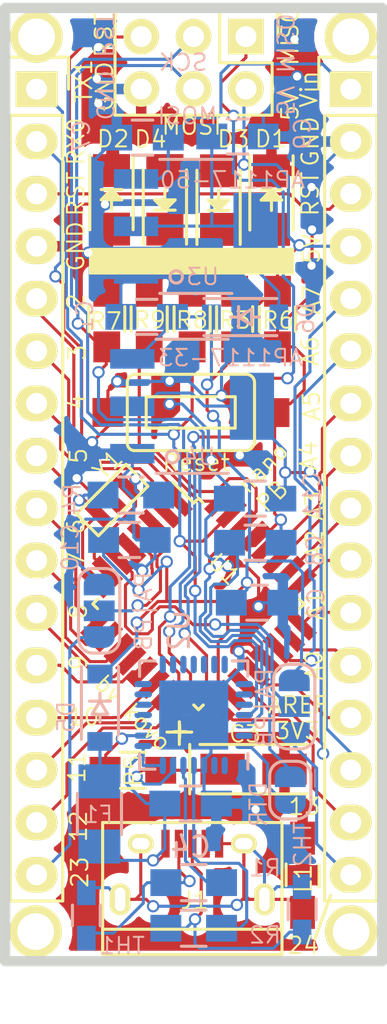
<source format=kicad_pcb>
(kicad_pcb (version 20190331) (host pcbnew "6.0.0-unknown-a40367c~86~ubuntu16.04.1")
  (title_block (date "jeu. 02 avril 2015"))
  (layers (0 "F.Cu" signal) (31 "B.Cu" signal) (34 "B.Paste" user) (35 "F.Paste" user) (36 "B.SilkS" user) (37 "F.SilkS" user) (38 "B.Mask" user) (39 "F.Mask" user) (44 "Edge.Cuts" user))
  (net 0 "")
  (net 1 "/1(Tx)")
  (net 2 "/0(Rx)")
  (net 3 "/Reset")
  (net 4 "GND")
  (net 5 "/2")
  (net 6 "/3(**)")
  (net 7 "/4")
  (net 8 "/5(**)")
  (net 9 "/6(**)")
  (net 10 "/7")
  (net 11 "/8")
  (net 12 "/9(**)")
  (net 13 "/10(**/SS)")
  (net 14 "/Vin")
  (net 15 "+5V")
  (net 16 "/A7")
  (net 17 "/A6")
  (net 18 "/A5")
  (net 19 "/A4")
  (net 20 "/A3")
  (net 21 "/A2")
  (net 22 "/A1")
  (net 23 "/A0")
  (net 24 "/AREF")
  (net 25 "/13(SCK)")
  (net 26 "/11(**/MOSI)")
  (net 27 "/12(MISO)")
  (net 28 "Net-(C3-Pad1)")
  (net 29 "/XTAL2")
  (net 30 "Net-(C8-Pad2)")
  (net 31 "Net-(C9-Pad1)")
  (net 32 "3V3")
  (net 33 "Net-(D1-Pad2)")
  (net 34 "Net-(D2-Pad2)")
  (net 35 "Net-(D5-Pad2)")
  (net 36 "/VBUS")
  (net 37 "/D-")
  (net 38 "/D+")
  (net 39 "GNDPWR")
  (net 40 "/MEGA3")
  (net 41 "/MEGA6")
  (net 42 "/DTR")
  (net 43 "/DD-")
  (net 44 "/DD+")
  (net 45 "/XTAL1")
  (net 46 "/#RST")
  (net 47 "/D23")
  (net 48 "/D24")
  (net 49 "Net-(D3-Pad1)")
  (net 50 "Net-(D4-Pad1)")
  (module "Housings_DFN_QFN.pretty:QFN-28-1EP_5x5mm_Pitch0.5mm" (layer "B.Cu") (at 147.0667 101.6 90)
    (fp_text reference "U2" (at 4.1148 -0.7119 90) (layer "B.SilkS") (effects (justify mirror)))
    (fp_text value "CP2102")
    (pad "29" smd rect (at -0.8375 0.8375 90) (size 1.675 1.675) (layers "B.Cu" "B.Paste" "B.Mask") (net 4 "GND"))
    (pad "29" smd rect (at -0.8375 -0.8375 90) (size 1.675 1.675) (layers "B.Cu" "B.Paste" "B.Mask") (net 4 "GND"))
    (pad "29" smd rect (at 0.8375 0.8375 90) (size 1.675 1.675) (layers "B.Cu" "B.Paste" "B.Mask") (net 4 "GND"))
    (pad "29" smd rect (at 0.8375 -0.8375 90) (size 1.675 1.675) (layers "B.Cu" "B.Paste" "B.Mask") (net 4 "GND"))
    (pad "28" smd oval (at -1.5 2.45) (size 0.85 0.3) (layers "B.Cu" "B.Paste" "B.Mask") (net 42 "/DTR"))
    (pad "27" smd oval (at -1 2.45) (size 0.85 0.3) (layers "B.Cu" "B.Paste" "B.Mask"))
    (pad "26" smd oval (at -0.5 2.45) (size 0.85 0.3) (layers "B.Cu" "B.Paste" "B.Mask") (net 2 "/0(Rx)"))
    (pad "25" smd oval (at 0 2.45) (size 0.85 0.3) (layers "B.Cu" "B.Paste" "B.Mask") (net 1 "/1(Tx)"))
    (pad "24" smd oval (at 0.5 2.45) (size 0.85 0.3) (layers "B.Cu" "B.Paste" "B.Mask"))
    (pad "23" smd oval (at 1 2.45) (size 0.85 0.3) (layers "B.Cu" "B.Paste" "B.Mask"))
    (pad "22" smd oval (at 1.5 2.45) (size 0.85 0.3) (layers "B.Cu" "B.Paste" "B.Mask"))
    (pad "21" smd oval (at 2.45 1.5 90) (size 0.85 0.3) (layers "B.Cu" "B.Paste" "B.Mask"))
    (pad "20" smd oval (at 2.45 1 90) (size 0.85 0.3) (layers "B.Cu" "B.Paste" "B.Mask"))
    (pad "19" smd oval (at 2.45 0.5 90) (size 0.85 0.3) (layers "B.Cu" "B.Paste" "B.Mask"))
    (pad "18" smd oval (at 2.45 0 90) (size 0.85 0.3) (layers "B.Cu" "B.Paste" "B.Mask"))
    (pad "17" smd oval (at 2.45 -0.5 90) (size 0.85 0.3) (layers "B.Cu" "B.Paste" "B.Mask"))
    (pad "16" smd oval (at 2.45 -1 90) (size 0.85 0.3) (layers "B.Cu" "B.Paste" "B.Mask"))
    (pad "15" smd oval (at 2.45 -1.5 90) (size 0.85 0.3) (layers "B.Cu" "B.Paste" "B.Mask"))
    (pad "14" smd oval (at 1.5 -2.45) (size 0.85 0.3) (layers "B.Cu" "B.Paste" "B.Mask"))
    (pad "13" smd oval (at 1 -2.45) (size 0.85 0.3) (layers "B.Cu" "B.Paste" "B.Mask"))
    (pad "12" smd oval (at 0.5 -2.45) (size 0.85 0.3) (layers "B.Cu" "B.Paste" "B.Mask"))
    (pad "11" smd oval (at 0 -2.45) (size 0.85 0.3) (layers "B.Cu" "B.Paste" "B.Mask"))
    (pad "10" smd oval (at -0.5 -2.45) (size 0.85 0.3) (layers "B.Cu" "B.Paste" "B.Mask"))
    (pad "9" smd oval (at -1 -2.45) (size 0.85 0.3) (layers "B.Cu" "B.Paste" "B.Mask") (net 46 "/#RST"))
    (pad "8" smd oval (at -1.5 -2.45) (size 0.85 0.3) (layers "B.Cu" "B.Paste" "B.Mask") (net 36 "/VBUS"))
    (pad "7" smd oval (at -2.45 -1.5 90) (size 0.85 0.3) (layers "B.Cu" "B.Paste" "B.Mask") (net 36 "/VBUS"))
    (pad "6" smd oval (at -2.45 -1 90) (size 0.85 0.3) (layers "B.Cu" "B.Paste" "B.Mask") (net 28 "Net-(C3-Pad1)"))
    (pad "5" smd oval (at -2.45 -0.5 90) (size 0.85 0.3) (layers "B.Cu" "B.Paste" "B.Mask") (net 43 "/DD-"))
    (pad "4" smd oval (at -2.45 0 90) (size 0.85 0.3) (layers "B.Cu" "B.Paste" "B.Mask") (net 44 "/DD+"))
    (pad "3" smd oval (at -2.45 0.5 90) (size 0.85 0.3) (layers "B.Cu" "B.Paste" "B.Mask") (net 4 "GND"))
    (pad "2" smd oval (at -2.45 1 90) (size 0.85 0.3) (layers "B.Cu" "B.Paste" "B.Mask"))
    (pad "1" smd oval (at -2.45 1.5 90) (size 0.85 0.3) (layers "B.Cu" "B.Paste" "B.Mask"))
  )
  (module "Jumper:SolderJumper-3_P1.3mm_Open_RoundedPad1.0x1.5mm_NumberLabels" (layer "B.Cu") (at 151.9428 101.1936 90)
    (fp_text reference "JP2" hide)
    (fp_text value "Jumper_3_Open" hide)
    (pad "1" smd roundrect (at -1.3 0 90) (size 1 1.5) (layers "B.Cu" "B.Mask") (roundrect_rratio 0.5) (net 48 "/D24"))
    (pad "1" smd rect (at -1 0 90) (size 0.5 1.5) (layers "B.Cu" "B.Mask") (net 48 "/D24"))
    (pad "2" smd rect (at 0 0 90) (size 1 1.5) (layers "B.Cu" "B.Mask") (net 41 "/MEGA6"))
    (pad "3" smd roundrect (at 1.3 0 90) (size 1 1.5) (layers "B.Cu" "B.Mask") (roundrect_rratio 0.5) (net 15 "+5V"))
    (pad "3" smd rect (at 1 0 90) (size 0.5 1.5) (layers "B.Cu" "B.Mask") (net 15 "+5V"))
  )
  (module "Pin_Headers.pretty:Pin_Header_Straight_1x16" (layer "F.Cu") (at 154.686 71.247)
    (fp_text reference "P2" hide)
    (fp_text value "Analog" hide)
    (pad "16" thru_hole oval (at 0 38.1) (size 2.032 1.7272) (drill 1.016) (layers *.Cu *.Mask "F.SilkS") (net 48 "/D24"))
    (pad "15" thru_hole oval (at 0 35.56) (size 2.032 1.7272) (drill 1.016) (layers *.Cu *.Mask "F.SilkS") (net 25 "/13(SCK)"))
    (pad "14" thru_hole oval (at 0 33.02) (size 2.032 1.7272) (drill 1.016) (layers *.Cu *.Mask "F.SilkS") (net 32 "3V3"))
    (pad "13" thru_hole oval (at 0 30.48) (size 2.032 1.7272) (drill 1.016) (layers *.Cu *.Mask "F.SilkS") (net 24 "/AREF"))
    (pad "12" thru_hole oval (at 0 27.94) (size 2.032 1.7272) (drill 1.016) (layers *.Cu *.Mask "F.SilkS") (net 23 "/A0"))
    (pad "11" thru_hole oval (at 0 25.4) (size 2.032 1.7272) (drill 1.016) (layers *.Cu *.Mask "F.SilkS") (net 22 "/A1"))
    (pad "10" thru_hole oval (at 0 22.86) (size 2.032 1.7272) (drill 1.016) (layers *.Cu *.Mask "F.SilkS") (net 21 "/A2"))
    (pad "9" thru_hole oval (at 0 20.32) (size 2.032 1.7272) (drill 1.016) (layers *.Cu *.Mask "F.SilkS") (net 20 "/A3"))
    (pad "8" thru_hole oval (at 0 17.78) (size 2.032 1.7272) (drill 1.016) (layers *.Cu *.Mask "F.SilkS") (net 19 "/A4"))
    (pad "7" thru_hole oval (at 0 15.24) (size 2.032 1.7272) (drill 1.016) (layers *.Cu *.Mask "F.SilkS") (net 18 "/A5"))
    (pad "6" thru_hole oval (at 0 12.7) (size 2.032 1.7272) (drill 1.016) (layers *.Cu *.Mask "F.SilkS") (net 17 "/A6"))
    (pad "5" thru_hole oval (at 0 10.16) (size 2.032 1.7272) (drill 1.016) (layers *.Cu *.Mask "F.SilkS") (net 16 "/A7"))
    (pad "4" thru_hole oval (at 0 7.62) (size 2.032 1.7272) (drill 1.016) (layers *.Cu *.Mask "F.SilkS") (net 15 "+5V"))
    (pad "3" thru_hole oval (at 0 5.08) (size 2.032 1.7272) (drill 1.016) (layers *.Cu *.Mask "F.SilkS") (net 3 "/Reset"))
    (pad "2" thru_hole oval (at 0 2.54) (size 2.032 1.7272) (drill 1.016) (layers *.Cu *.Mask "F.SilkS") (net 4 "GND"))
    (pad "1" thru_hole rect (at 0 0) (size 2.032 1.7272) (drill 1.016) (layers *.Cu *.Mask "F.SilkS") (net 14 "/Vin"))
  )
  (module "modules:3x6x2.5mm_tact_switch" (layer "F.Cu") (at 147.55622 86.92564 180)
    (fp_text reference "SW1" hide)
    (fp_text value "SW_PUSH" hide)
    (pad "2" smd rect (at 4.65 0 180) (size 1.5 1.4) (layers "F.Cu" "F.Paste" "F.Mask") (net 4 "GND"))
    (pad "1" smd rect (at -3.4036 -0.0084 180) (size 1.5 1.4) (layers "F.Cu" "F.Paste" "F.Mask") (net 3 "/Reset"))
  )
  (module "Capacitors_SMD.pretty:C_0805_HandSoldering" (layer "B.Cu") (at 150.1394 96.1517 180)
    (fp_text reference "C2" (at -2.8648 -0.0508 270) (layer "B.SilkS") (effects (font (size 0.8 0.8) (thickness 0.1)) (justify mirror)))
    (fp_text value "0.1m")
    (pad "1" smd rect (at -1.25 0 180) (size 1.5 1.25) (layers "B.Cu" "B.Paste" "B.Mask") (net 4 "GND"))
    (pad "2" smd rect (at 1.25 0 180) (size 1.5 1.25) (layers "B.Cu" "B.Paste" "B.Mask") (net 15 "+5V"))
  )
  (module "Housings_QFP.pretty:TQFP-32_7x7mm_Pitch0.8mm" (layer "F.Cu") (at 147.3 96.2152 315)
    (fp_text reference "U1" (at -0.31735 -2.069843 315) (layer "F.SilkS") (effects (font (size 0.8 0.8) (thickness 0.1))))
    (fp_text value "ATMEGA328PB-AU")
    (pad "1" smd rect (at -4.25 -2.8 315) (size 1.6 0.55) (layers "F.Cu" "F.Paste" "F.Mask") (net 6 "/3(**)"))
    (pad "2" smd rect (at -4.25 -2 315) (size 1.6 0.55) (layers "F.Cu" "F.Paste" "F.Mask") (net 7 "/4"))
    (pad "3" smd rect (at -4.25 -1.2 315) (size 1.6 0.55) (layers "F.Cu" "F.Paste" "F.Mask") (net 40 "/MEGA3"))
    (pad "4" smd rect (at -4.25 -0.4 315) (size 1.6 0.55) (layers "F.Cu" "F.Paste" "F.Mask") (net 15 "+5V"))
    (pad "5" smd rect (at -4.25 0.4 315) (size 1.6 0.55) (layers "F.Cu" "F.Paste" "F.Mask") (net 4 "GND"))
    (pad "6" smd rect (at -4.25 1.2 315) (size 1.6 0.55) (layers "F.Cu" "F.Paste" "F.Mask") (net 41 "/MEGA6"))
    (pad "7" smd rect (at -4.25 2 315) (size 1.6 0.55) (layers "F.Cu" "F.Paste" "F.Mask") (net 45 "/XTAL1"))
    (pad "8" smd rect (at -4.25 2.8 315) (size 1.6 0.55) (layers "F.Cu" "F.Paste" "F.Mask") (net 29 "/XTAL2"))
    (pad "9" smd rect (at -2.8 4.25 45) (size 1.6 0.55) (layers "F.Cu" "F.Paste" "F.Mask") (net 8 "/5(**)"))
    (pad "10" smd rect (at -2 4.25 45) (size 1.6 0.55) (layers "F.Cu" "F.Paste" "F.Mask") (net 9 "/6(**)"))
    (pad "11" smd rect (at -1.2 4.25 45) (size 1.6 0.55) (layers "F.Cu" "F.Paste" "F.Mask") (net 10 "/7"))
    (pad "12" smd rect (at -0.4 4.25 45) (size 1.6 0.55) (layers "F.Cu" "F.Paste" "F.Mask") (net 11 "/8"))
    (pad "13" smd rect (at 0.4 4.25 45) (size 1.6 0.55) (layers "F.Cu" "F.Paste" "F.Mask") (net 12 "/9(**)"))
    (pad "14" smd rect (at 1.2 4.25 45) (size 1.6 0.55) (layers "F.Cu" "F.Paste" "F.Mask") (net 13 "/10(**/SS)"))
    (pad "15" smd rect (at 2 4.25 45) (size 1.6 0.55) (layers "F.Cu" "F.Paste" "F.Mask") (net 26 "/11(**/MOSI)"))
    (pad "16" smd rect (at 2.8 4.25 45) (size 1.6 0.55) (layers "F.Cu" "F.Paste" "F.Mask") (net 27 "/12(MISO)"))
    (pad "17" smd rect (at 4.25 2.8 315) (size 1.6 0.55) (layers "F.Cu" "F.Paste" "F.Mask") (net 25 "/13(SCK)"))
    (pad "18" smd rect (at 4.25 2 315) (size 1.6 0.55) (layers "F.Cu" "F.Paste" "F.Mask") (net 15 "+5V"))
    (pad "19" smd rect (at 4.25 1.2 315) (size 1.6 0.55) (layers "F.Cu" "F.Paste" "F.Mask") (net 17 "/A6"))
    (pad "20" smd rect (at 4.25 0.4 315) (size 1.6 0.55) (layers "F.Cu" "F.Paste" "F.Mask") (net 24 "/AREF"))
    (pad "21" smd rect (at 4.25 -0.4 315) (size 1.6 0.55) (layers "F.Cu" "F.Paste" "F.Mask") (net 4 "GND"))
    (pad "22" smd rect (at 4.25 -1.2 315) (size 1.6 0.55) (layers "F.Cu" "F.Paste" "F.Mask") (net 16 "/A7"))
    (pad "23" smd rect (at 4.25 -2 315) (size 1.6 0.55) (layers "F.Cu" "F.Paste" "F.Mask") (net 23 "/A0"))
    (pad "24" smd rect (at 4.25 -2.8 315) (size 1.6 0.55) (layers "F.Cu" "F.Paste" "F.Mask") (net 22 "/A1"))
    (pad "25" smd rect (at 2.8 -4.25 45) (size 1.6 0.55) (layers "F.Cu" "F.Paste" "F.Mask") (net 21 "/A2"))
    (pad "26" smd rect (at 2 -4.25 45) (size 1.6 0.55) (layers "F.Cu" "F.Paste" "F.Mask") (net 20 "/A3"))
    (pad "27" smd rect (at 1.2 -4.25 45) (size 1.6 0.55) (layers "F.Cu" "F.Paste" "F.Mask") (net 19 "/A4"))
    (pad "28" smd rect (at 0.4 -4.25 45) (size 1.6 0.55) (layers "F.Cu" "F.Paste" "F.Mask") (net 18 "/A5"))
    (pad "29" smd rect (at -0.4 -4.25 45) (size 1.6 0.55) (layers "F.Cu" "F.Paste" "F.Mask") (net 3 "/Reset"))
    (pad "30" smd rect (at -1.2 -4.25 45) (size 1.6 0.55) (layers "F.Cu" "F.Paste" "F.Mask") (net 2 "/0(Rx)"))
    (pad "31" smd rect (at -2 -4.25 45) (size 1.6 0.55) (layers "F.Cu" "F.Paste" "F.Mask") (net 1 "/1(Tx)"))
    (pad "32" smd rect (at -2.8 -4.25 45) (size 1.6 0.55) (layers "F.Cu" "F.Paste" "F.Mask") (net 5 "/2"))
  )
  (module "Pin_Headers.pretty:Pin_Header_Straight_1x16" (layer "F.Cu") (at 139.446 71.247)
    (fp_text reference "P1" hide)
    (fp_text value "Digital" hide)
    (pad "16" thru_hole oval (at 0 38.1) (size 2.032 1.7272) (drill 1.016) (layers *.Cu *.Mask "F.SilkS") (net 47 "/D23"))
    (pad "15" thru_hole oval (at 0 35.56) (size 2.032 1.7272) (drill 1.016) (layers *.Cu *.Mask "F.SilkS") (net 27 "/12(MISO)"))
    (pad "14" thru_hole oval (at 0 33.02) (size 2.032 1.7272) (drill 1.016) (layers *.Cu *.Mask "F.SilkS") (net 26 "/11(**/MOSI)"))
    (pad "13" thru_hole oval (at 0 30.48) (size 2.032 1.7272) (drill 1.016) (layers *.Cu *.Mask "F.SilkS") (net 13 "/10(**/SS)"))
    (pad "12" thru_hole oval (at 0 27.94) (size 2.032 1.7272) (drill 1.016) (layers *.Cu *.Mask "F.SilkS") (net 12 "/9(**)"))
    (pad "11" thru_hole oval (at 0 25.4) (size 2.032 1.7272) (drill 1.016) (layers *.Cu *.Mask "F.SilkS") (net 11 "/8"))
    (pad "10" thru_hole oval (at 0 22.86) (size 2.032 1.7272) (drill 1.016) (layers *.Cu *.Mask "F.SilkS") (net 10 "/7"))
    (pad "9" thru_hole oval (at 0 20.32) (size 2.032 1.7272) (drill 1.016) (layers *.Cu *.Mask "F.SilkS") (net 9 "/6(**)"))
    (pad "8" thru_hole oval (at 0 17.78) (size 2.032 1.7272) (drill 1.016) (layers *.Cu *.Mask "F.SilkS") (net 8 "/5(**)"))
    (pad "7" thru_hole oval (at 0 15.24) (size 2.032 1.7272) (drill 1.016) (layers *.Cu *.Mask "F.SilkS") (net 7 "/4"))
    (pad "6" thru_hole oval (at 0 12.7) (size 2.032 1.7272) (drill 1.016) (layers *.Cu *.Mask "F.SilkS") (net 6 "/3(**)"))
    (pad "5" thru_hole oval (at 0 10.16) (size 2.032 1.7272) (drill 1.016) (layers *.Cu *.Mask "F.SilkS") (net 5 "/2"))
    (pad "4" thru_hole oval (at 0 7.62) (size 2.032 1.7272) (drill 1.016) (layers *.Cu *.Mask "F.SilkS") (net 4 "GND"))
    (pad "3" thru_hole oval (at 0 5.08) (size 2.032 1.7272) (drill 1.016) (layers *.Cu *.Mask "F.SilkS") (net 3 "/Reset"))
    (pad "2" thru_hole oval (at 0 2.54) (size 2.032 1.7272) (drill 1.016) (layers *.Cu *.Mask "F.SilkS") (net 2 "/0(Rx)"))
    (pad "1" thru_hole rect (at 0 0) (size 2.032 1.7272) (drill 1.016) (layers *.Cu *.Mask "F.SilkS") (net 1 "/1(Tx)"))
  )
  (module "Socket_Arduino_Nano:1pin_Nano" (layer "F.Cu") (at 139.446 68.707)
    (fp_text reference "P3" hide)
    (fp_text value "CONN_01X01" hide)
    (pad "1" thru_hole circle (at 0 0) (size 2.54 2.54) (drill 1.778) (layers *.Cu *.Mask "F.SilkS"))
  )
  (module "Socket_Arduino_Nano:1pin_Nano" (layer "F.Cu") (at 139.4 112.1)
    (fp_text reference "P4" hide)
    (fp_text value "CONN_01X01" hide)
    (pad "1" thru_hole circle (at 0 0) (size 2.54 2.54) (drill 1.778) (layers *.Cu *.Mask "F.SilkS"))
  )
  (module "Socket_Arduino_Nano:1pin_Nano" (layer "F.Cu") (at 154.7 112.1)
    (fp_text reference "P5" hide)
    (fp_text value "CONN_01X01" hide)
    (pad "1" thru_hole circle (at 0 0) (size 2.54 2.54) (drill 1.778) (layers *.Cu *.Mask "F.SilkS"))
  )
  (module "Socket_Arduino_Nano:1pin_Nano" (layer "F.Cu") (at 154.686 68.707)
    (fp_text reference "P6" hide)
    (fp_text value "CONN_01X01" hide)
    (pad "1" thru_hole circle (at 0 0) (size 2.54 2.54) (drill 1.778) (layers *.Cu *.Mask "F.SilkS"))
  )
  (module "Capacitors_SMD.pretty:C_0805_HandSoldering" (layer "B.Cu") (at 144.78508 82.29092)
    (fp_text reference "C1" (at -3.00228 -0.04572 90) (layer "B.SilkS") (effects (font (size 0.8 0.8) (thickness 0.1)) (justify mirror)))
    (fp_text value "0.1m")
    (pad "2" smd rect (at 1.25 0) (size 1.5 1.25) (layers "B.Cu" "B.Paste" "B.Mask") (net 15 "+5V"))
    (pad "1" smd rect (at -1.25 0) (size 1.5 1.25) (layers "B.Cu" "B.Paste" "B.Mask") (net 4 "GND"))
  )
  (module "Capacitors_Tantalum_SMD.pretty:TantalC_SizeA_EIA-3216_Wave" (layer "F.Cu") (at 149.96922 104.22636)
    (fp_text reference "C3" (at -0.41148 -1.70434 180) (layer "F.SilkS") (effects (font (size 0.8 0.8) (thickness 0.1))))
    (fp_text value "1u")
    (fp_text user "+" (at -3.556 -1.905) (layer "F.SilkS") (effects (font (size 0.8 0.8) (thickness 0.1))))
    (pad "1" smd rect (at -1.50114 0) (size 2.14884 1.50114) (layers "F.Cu" "F.Paste" "F.Mask") (net 28 "Net-(C3-Pad1)"))
    (pad "2" smd rect (at 1.50114 0) (size 2.14884 1.50114) (layers "F.Cu" "F.Paste" "F.Mask") (net 4 "GND"))
  )
  (module "Capacitors_SMD.pretty:C_0805_HandSoldering" (layer "B.Cu") (at 144.5822 73.59904 180)
    (fp_text reference "C7" (at 2.9518 0.09144 270) (layer "B.SilkS") (effects (font (size 0.8 0.8) (thickness 0.1)) (justify mirror)))
    (fp_text value "0.1m")
    (pad "2" smd rect (at 1.25 0 180) (size 1.5 1.25) (layers "B.Cu" "B.Paste" "B.Mask") (net 4 "GND"))
    (pad "1" smd rect (at -1.25 0 180) (size 1.5 1.25) (layers "B.Cu" "B.Paste" "B.Mask") (net 14 "/Vin"))
  )
  (module "Capacitors_SMD.pretty:C_0805_HandSoldering" (layer "B.Cu") (at 150.05304 93.2434 180)
    (fp_text reference "C8" (at -2.90576 -0.381 90) (layer "B.SilkS") (effects (font (size 0.8 0.8) (thickness 0.1)) (justify mirror)))
    (fp_text value "0.1m")
    (pad "1" smd rect (at -1.25 0 180) (size 1.5 1.25) (layers "B.Cu" "B.Paste" "B.Mask") (net 3 "/Reset"))
    (pad "2" smd rect (at 1.25 0 180) (size 1.5 1.25) (layers "B.Cu" "B.Paste" "B.Mask") (net 30 "Net-(C8-Pad2)"))
  )
  (module "Capacitors_SMD.pretty:C_0805_HandSoldering" (layer "B.Cu") (at 149.1942 73.54316)
    (fp_text reference "C9" (at 3.155 -0.13716 90) (layer "B.SilkS") (effects (font (size 0.8 0.8) (thickness 0.1)) (justify mirror)))
    (fp_text value "0.1m")
    (pad "1" smd rect (at -1.25 0) (size 1.5 1.25) (layers "B.Cu" "B.Paste" "B.Mask") (net 31 "Net-(C9-Pad1)"))
    (pad "2" smd rect (at 1.25 0) (size 1.5 1.25) (layers "B.Cu" "B.Paste" "B.Mask") (net 4 "GND"))
  )
  (module "Capacitors_SMD.pretty:C_0805_HandSoldering" (layer "B.Cu") (at 143.94656 93.11132)
    (fp_text reference "C10" (at -2.87496 0.36068 90) (layer "B.SilkS") (effects (font (size 0.8 0.8) (thickness 0.1)) (justify mirror)))
    (fp_text value "0.1m")
    (pad "1" smd rect (at -1.25 0) (size 1.5 1.25) (layers "B.Cu" "B.Paste" "B.Mask") (net 15 "+5V"))
    (pad "2" smd rect (at 1.25 0) (size 1.5 1.25) (layers "B.Cu" "B.Paste" "B.Mask") (net 4 "GND"))
  )
  (module "Capacitors_SMD.pretty:C_0805_HandSoldering" (layer "B.Cu") (at 150.0432 91.10472 180)
    (fp_text reference "C11" (at -2.7632 0.17272 270) (layer "B.SilkS") (effects (font (size 0.8 0.8) (thickness 0.1)) (justify mirror)))
    (fp_text value "0.1m")
    (pad "2" smd rect (at 1.25 0 180) (size 1.5 1.25) (layers "B.Cu" "B.Paste" "B.Mask") (net 4 "GND"))
    (pad "1" smd rect (at -1.25 0 180) (size 1.5 1.25) (layers "B.Cu" "B.Paste" "B.Mask") (net 32 "3V3"))
  )
  (module "LEDs.pretty:LED-1206" (layer "F.Cu") (at 150.8379 76.62926 270)
    (fp_text reference "D1" (at -2.96926 0.0254) (layer "F.SilkS") (effects (font (size 0.8 0.8) (thickness 0.1))))
    (fp_text value "Green")
    (pad "1" smd rect (at -1.41986 0 90) (size 1.59766 1.80086) (layers "F.Cu" "F.Paste" "F.Mask") (net 4 "GND"))
    (pad "2" smd rect (at 1.41986 0 90) (size 1.59766 1.80086) (layers "F.Cu" "F.Paste" "F.Mask") (net 33 "Net-(D1-Pad2)"))
  )
  (module "LEDs.pretty:LED-1206" (layer "F.Cu") (at 143.0782 76.61656 270)
    (fp_text reference "D2" (at -2.95656 -0.0762) (layer "F.SilkS") (effects (font (size 0.8 0.8) (thickness 0.1))))
    (fp_text value "Red")
    (pad "2" smd rect (at 1.41986 0 90) (size 1.59766 1.80086) (layers "F.Cu" "F.Paste" "F.Mask") (net 34 "Net-(D2-Pad2)"))
    (pad "1" smd rect (at -1.41986 0 90) (size 1.59766 1.80086) (layers "F.Cu" "F.Paste" "F.Mask") (net 4 "GND"))
  )
  (module "LEDs.pretty:LED-1206" (layer "F.Cu") (at 148.2725 76.62926 90)
    (fp_text reference "D3" (at 2.96418 0.71882 -180) (layer "F.SilkS") (effects (font (size 0.8 0.8) (thickness 0.1))))
    (fp_text value "Yellow")
    (pad "2" smd rect (at 1.41986 0 270) (size 1.59766 1.80086) (layers "F.Cu" "F.Paste" "F.Mask") (net 15 "+5V"))
    (pad "1" smd rect (at -1.41986 0 270) (size 1.59766 1.80086) (layers "F.Cu" "F.Paste" "F.Mask") (net 49 "Net-(D3-Pad1)"))
  )
  (module "LEDs.pretty:LED-1206" (layer "F.Cu") (at 145.669 76.61656 90)
    (fp_text reference "D4" (at 2.94132 -0.6985 -180) (layer "F.SilkS") (effects (font (size 0.8 0.8) (thickness 0.1))))
    (fp_text value "Yellow")
    (pad "1" smd rect (at -1.41986 0 270) (size 1.59766 1.80086) (layers "F.Cu" "F.Paste" "F.Mask") (net 50 "Net-(D4-Pad1)"))
    (pad "2" smd rect (at 1.41986 0 270) (size 1.59766 1.80086) (layers "F.Cu" "F.Paste" "F.Mask") (net 15 "+5V"))
  )
  (module "Diodes_SMD.pretty:SOD-123" (layer "B.Cu") (at 142.5194 101.2444 270)
    (fp_text reference "D5" (at 0.44704 1.64084 270) (layer "B.SilkS") (effects (font (size 0.8 0.8) (thickness 0.1)) (justify mirror)))
    (fp_text value "MBR120")
    (pad "1" smd rect (at -1.635 0 270) (size 0.91 1.22) (layers "B.Cu" "B.Paste" "B.Mask") (net 15 "+5V"))
    (pad "2" smd rect (at 1.635 0 270) (size 0.91 1.22) (layers "B.Cu" "B.Paste" "B.Mask") (net 35 "Net-(D5-Pad2)"))
  )
  (module "Diodes_SMD.pretty:SOD-123" (layer "B.Cu") (at 149.56028 82.30108)
    (fp_text reference "D6" (at 2.94132 0.04572 90) (layer "B.SilkS") (effects (font (size 0.8 0.8) (thickness 0.1)) (justify mirror)))
    (fp_text value "MBR120")
    (pad "1" smd rect (at -1.635 0) (size 0.91 1.22) (layers "B.Cu" "B.Paste" "B.Mask") (net 15 "+5V"))
    (pad "2" smd rect (at 1.635 0) (size 0.91 1.22) (layers "B.Cu" "B.Paste" "B.Mask") (net 31 "Net-(C9-Pad1)"))
  )
  (module "Fuse_Holders_and_Fuses:Fuse_SMD1206_Wave" (layer "B.Cu") (at 142.494 106.39552 270)
    (fp_text reference "F1" (at 0.03048 0.0635) (layer "B.SilkS") (effects (font (size 0.8 0.8) (thickness 0.1)) (justify mirror)))
    (fp_text value "Fuse")
    (pad "2" smd rect (at 1.58 0 180) (size 2.03 1.65) (layers "B.Cu" "B.Paste" "B.Mask") (net 36 "/VBUS"))
    (pad "1" smd rect (at -1.58 0 180) (size 2.03 1.65) (layers "B.Cu" "B.Paste" "B.Mask") (net 35 "Net-(D5-Pad2)"))
  )
  (module "Connect.pretty:USB_Micro-B" (layer "F.Cu") (at 147 109.4)
    (fp_text reference "J1" (at 0.1168 1.1916) (layer "F.SilkS") (effects (font (size 0.8 0.8) (thickness 0.1))))
    (fp_text value "USB_B_Micro")
    (pad "1" smd rect (at -1.3009 -1.56254 90) (size 1.35 0.4) (layers "F.Cu" "F.Paste" "F.Mask") (net 36 "/VBUS"))
    (pad "2" smd rect (at -0.6509 -1.56254 90) (size 1.35 0.4) (layers "F.Cu" "F.Paste" "F.Mask") (net 37 "/D-"))
    (pad "3" smd rect (at -0.0009 -1.56254 90) (size 1.35 0.4) (layers "F.Cu" "F.Paste" "F.Mask") (net 38 "/D+"))
    (pad "4" smd rect (at 0.6491 -1.56254 90) (size 1.35 0.4) (layers "F.Cu" "F.Paste" "F.Mask"))
    (pad "5" smd rect (at 1.2991 -1.56254 90) (size 1.35 0.4) (layers "F.Cu" "F.Paste" "F.Mask") (net 39 "GNDPWR"))
    (pad "6" thru_hole oval (at -2.5009 -1.56254 90) (size 0.95 1.25) (drill oval 0.55 0.85) (layers *.Cu *.Mask "F.SilkS") (net 39 "GNDPWR"))
    (pad "6" thru_hole oval (at 2.4991 -1.56254 90) (size 0.95 1.25) (drill oval 0.55 0.85) (layers *.Cu *.Mask "F.SilkS") (net 39 "GNDPWR"))
    (pad "6" thru_hole oval (at -3.5009 1.13746 90) (size 1.55 1) (drill oval 1.15 0.5) (layers *.Cu *.Mask "F.SilkS") (net 39 "GNDPWR"))
    (pad "6" thru_hole oval (at 3.4991 1.13746 90) (size 1.55 1) (drill oval 1.15 0.5) (layers *.Cu *.Mask "F.SilkS") (net 39 "GNDPWR"))
  )
  (module "Jumper:SolderJumper-3_P1.3mm_Open_RoundedPad1.0x1.5mm_NumberLabels" (layer "B.Cu") (at 142.4813 96.5454 90)
    (fp_text reference "JP1" hide)
    (fp_text value "Jumper_3_Open" hide)
    (pad "3" smd rect (at 1 0 90) (size 0.5 1.5) (layers "B.Cu" "B.Mask") (net 4 "GND"))
    (pad "3" smd roundrect (at 1.3 0 90) (size 1 1.5) (layers "B.Cu" "B.Mask") (roundrect_rratio 0.5) (net 4 "GND"))
    (pad "2" smd rect (at 0 0 90) (size 1 1.5) (layers "B.Cu" "B.Mask") (net 40 "/MEGA3"))
    (pad "1" smd rect (at -1 0 90) (size 0.5 1.5) (layers "B.Cu" "B.Mask") (net 47 "/D23"))
    (pad "1" smd roundrect (at -1.3 0 90) (size 1 1.5) (layers "B.Cu" "B.Mask") (roundrect_rratio 0.5) (net 47 "/D23"))
  )
  (module "Choke_SMD.pretty:Choke_SMD_1206_Standard" (layer "F.Cu") (at 152.34666 109.36986 270)
    (fp_text reference "L1" (at 0.16256 -0.03302 90) (layer "F.SilkS") (effects (font (size 0.8 0.8) (thickness 0.1))))
    (fp_text value "ferite bead")
    (pad "1" smd rect (at -1.80086 0 270) (size 1.6002 1.19888) (layers "F.Cu" "F.Paste" "F.Mask") (net 4 "GND"))
    (pad "2" smd rect (at 1.80086 0 270) (size 1.6002 1.19888) (layers "F.Cu" "F.Paste" "F.Mask") (net 39 "GNDPWR"))
  )
  (module "Pin_Headers.pretty:Pin_Header_Straight_2x03" (layer "F.Cu") (at 149.6 68.7 270)
    (fp_text reference "P7" hide)
    (fp_text value "CONN_6" hide)
    (pad "1" thru_hole rect (at 0 0 270) (size 1.7272 1.7272) (drill 1.016) (layers *.Cu *.Mask "F.SilkS") (net 27 "/12(MISO)"))
    (pad "2" thru_hole oval (at 2.54 0 270) (size 1.7272 1.7272) (drill 1.016) (layers *.Cu *.Mask "F.SilkS") (net 15 "+5V"))
    (pad "3" thru_hole oval (at 0 2.54 270) (size 1.7272 1.7272) (drill 1.016) (layers *.Cu *.Mask "F.SilkS") (net 25 "/13(SCK)"))
    (pad "4" thru_hole oval (at 2.54 2.54 270) (size 1.7272 1.7272) (drill 1.016) (layers *.Cu *.Mask "F.SilkS") (net 26 "/11(**/MOSI)"))
    (pad "5" thru_hole oval (at 0 5.08 270) (size 1.7272 1.7272) (drill 1.016) (layers *.Cu *.Mask "F.SilkS") (net 3 "/Reset"))
    (pad "6" thru_hole oval (at 2.54 5.08 270) (size 1.7272 1.7272) (drill 1.016) (layers *.Cu *.Mask "F.SilkS") (net 4 "GND"))
  )
  (module "Resistors_SMD.pretty:R_0805_HandSoldering" (layer "B.Cu") (at 147.066 109.728 180)
    (fp_text reference "R1" (at -3.4544 0.7112 180) (layer "B.SilkS") (effects (font (size 0.8 0.8) (thickness 0.1)) (justify mirror)))
    (fp_text value "20")
    (pad "2" smd rect (at 1.35 0 180) (size 1.5 1.3) (layers "B.Cu" "B.Paste" "B.Mask") (net 37 "/D-"))
    (pad "1" smd rect (at -1.35 0 180) (size 1.5 1.3) (layers "B.Cu" "B.Paste" "B.Mask") (net 43 "/DD-"))
  )
  (module "Resistors_SMD.pretty:R_0805_HandSoldering" (layer "B.Cu") (at 147.066 111.9378 180)
    (fp_text reference "R2" (at -3.4544 -0.3302 180) (layer "B.SilkS") (effects (font (size 0.8 0.8) (thickness 0.1)) (justify mirror)))
    (fp_text value "20")
    (pad "1" smd rect (at -1.35 0 180) (size 1.5 1.3) (layers "B.Cu" "B.Paste" "B.Mask") (net 44 "/DD+"))
    (pad "2" smd rect (at 1.35 0 180) (size 1.5 1.3) (layers "B.Cu" "B.Paste" "B.Mask") (net 38 "/D+"))
  )
  (module "Resistors_SMD.pretty:R_0805_HandSoldering" (layer "F.Cu") (at 149.05228 82.3976 90)
    (fp_text reference "R3" (at -0.05716 0.00508 180) (layer "F.SilkS") (effects (font (size 0.8 0.8) (thickness 0.1))))
    (fp_text value "1k")
    (pad "1" smd rect (at -1.35 0 90) (size 1.5 1.3) (layers "F.Cu" "F.Paste" "F.Mask") (net 15 "+5V"))
    (pad "2" smd rect (at 1.35 0 90) (size 1.5 1.3) (layers "F.Cu" "F.Paste" "F.Mask") (net 33 "Net-(D1-Pad2)"))
  )
  (module "Resistors_SMD.pretty:R_0805_HandSoldering" (layer "F.Cu") (at 151.13 82.3976 270)
    (fp_text reference "R6" (at 0.0508 -0.03048) (layer "F.SilkS") (effects (font (size 0.8 0.8) (thickness 0.1))))
    (fp_text value "10k")
    (pad "1" smd rect (at -1.35 0 270) (size 1.5 1.3) (layers "F.Cu" "F.Paste" "F.Mask") (net 15 "+5V"))
    (pad "2" smd rect (at 1.35 0 270) (size 1.5 1.3) (layers "F.Cu" "F.Paste" "F.Mask") (net 3 "/Reset"))
  )
  (module "Resistors_SMD.pretty:R_0805_HandSoldering" (layer "F.Cu") (at 142.8496 82.3976 90)
    (fp_text reference "R7" (at -0.1016 -0.0508 180) (layer "F.SilkS") (effects (font (size 0.8 0.8) (thickness 0.1))))
    (fp_text value "1k")
    (pad "2" smd rect (at 1.35 0 90) (size 1.5 1.3) (layers "F.Cu" "F.Paste" "F.Mask") (net 34 "Net-(D2-Pad2)"))
    (pad "1" smd rect (at -1.35 0 90) (size 1.5 1.3) (layers "F.Cu" "F.Paste" "F.Mask") (net 25 "/13(SCK)"))
  )
  (module "Resistors_SMD.pretty:R_0805_HandSoldering" (layer "F.Cu") (at 146.9898 82.3976 90)
    (fp_text reference "R8" (at -0.047 -0.00508 180) (layer "F.SilkS") (effects (font (size 0.8 0.8) (thickness 0.1))))
    (fp_text value "1k")
    (pad "1" smd rect (at -1.35 0 90) (size 1.5 1.3) (layers "F.Cu" "F.Paste" "F.Mask") (net 1 "/1(Tx)"))
    (pad "2" smd rect (at 1.35 0 90) (size 1.5 1.3) (layers "F.Cu" "F.Paste" "F.Mask") (net 49 "Net-(D3-Pad1)"))
  )
  (module "Resistors_SMD.pretty:R_0805_HandSoldering" (layer "F.Cu") (at 144.907 82.3976 90)
    (fp_text reference "R9" (at -0.0381 0.0254 180) (layer "F.SilkS") (effects (font (size 0.8 0.8) (thickness 0.1))))
    (fp_text value "1k")
    (pad "2" smd rect (at 1.35 0 90) (size 1.5 1.3) (layers "F.Cu" "F.Paste" "F.Mask") (net 50 "Net-(D4-Pad1)"))
    (pad "1" smd rect (at -1.35 0 90) (size 1.5 1.3) (layers "F.Cu" "F.Paste" "F.Mask") (net 2 "/0(Rx)"))
  )
  (module "Resistors_SMD.pretty:R_0603_HandSoldering" (layer "B.Cu") (at 141.859 111.31804 90)
    (fp_text reference "TH1" (at -1.4732 1.73228 180) (layer "B.SilkS") (effects (font (size 0.8 0.8) (thickness 0.1)) (justify mirror)))
    (fp_text value "CG0603MLC-05E")
    (pad "2" smd rect (at 1.1 0 90) (size 1.2 0.9) (layers "B.Cu" "B.Paste" "B.Mask") (net 39 "GNDPWR"))
    (pad "1" smd rect (at -1.1 0 90) (size 1.2 0.9) (layers "B.Cu" "B.Paste" "B.Mask") (net 37 "/D-"))
  )
  (module "Resistors_SMD.pretty:R_0603_HandSoldering" (layer "B.Cu") (at 152.3238 111.0234 90)
    (fp_text reference "TH2" (at 3.15468 0.03048 90) (layer "B.SilkS") (effects (font (size 0.8 0.8) (thickness 0.1)) (justify mirror)))
    (fp_text value "CG0603MLC-05E")
    (pad "1" smd rect (at -1.1 0 90) (size 1.2 0.9) (layers "B.Cu" "B.Paste" "B.Mask") (net 38 "/D+"))
    (pad "2" smd rect (at 1.1 0 90) (size 1.2 0.9) (layers "B.Cu" "B.Paste" "B.Mask") (net 39 "GNDPWR"))
  )
  (module "modules:AB2_SOT223" (layer "B.Cu") (at 147.16946 77.9031 90)
    (fp_text reference "U3" (at -2.4384 0.3302) (layer "B.SilkS") (effects (font (size 0.8 0.8) (thickness 0.1)) (justify mirror)))
    (fp_text value "AP1117-50" (at 2.2479 1.778 180) (layer "B.SilkS") (effects (font (size 0.8 0.8) (thickness 0.1)) (justify mirror)))
    (pad "3" smd rect (at 2.3 -2.9 90) (size 0.95 2.15) (layers "B.Cu" "B.Paste" "B.Mask") (net 14 "/Vin"))
    (pad "2" smd rect (at 0 -2.9 90) (size 0.95 2.15) (layers "B.Cu" "B.Paste" "B.Mask") (net 31 "Net-(C9-Pad1)"))
    (pad "1" smd rect (at -2.3 -2.9 90) (size 0.95 2.15) (layers "B.Cu" "B.Paste" "B.Mask") (net 4 "GND"))
    (pad "2" smd rect (at 0 2.9 90) (size 3.25 2.15) (layers "B.Cu" "B.Paste" "B.Mask") (net 31 "Net-(C9-Pad1)"))
  )
  (module "modules:AB2_SOT223" (layer "B.Cu") (at 146.9898 86.6267 90)
    (fp_text reference "U4" (at -2.4384 0.3302) (layer "B.SilkS") (effects (font (size 0.8 0.8) (thickness 0.1)) (justify mirror)))
    (fp_text value "AP1117-33" (at 2.3495 1.8542 180) (layer "B.SilkS") (effects (font (size 0.8 0.8) (thickness 0.1)) (justify mirror)))
    (pad "2" smd rect (at 0 2.9 90) (size 3.25 2.15) (layers "B.Cu" "B.Paste" "B.Mask") (net 32 "3V3"))
    (pad "1" smd rect (at -2.3 -2.9 90) (size 0.95 2.15) (layers "B.Cu" "B.Paste" "B.Mask") (net 4 "GND"))
    (pad "2" smd rect (at 0 -2.9 90) (size 0.95 2.15) (layers "B.Cu" "B.Paste" "B.Mask") (net 32 "3V3"))
    (pad "3" smd rect (at 2.3 -2.9 90) (size 0.95 2.15) (layers "B.Cu" "B.Paste" "B.Mask") (net 15 "+5V"))
  )
  (module "modules:MURATA_CSTCE_V53" (layer "F.Cu") (at 142.4432 91.8464 45)
    (fp_text reference "Y1" (at 2.011577 -1.364999 45) (layer "F.SilkS") (effects (font (size 0.8 0.8) (thickness 0.1))))
    (fp_text value "16MHz")
    (pad "1" smd rect (at 0 0 45) (size 0.6 1.3) (layers "F.Cu" "F.Paste" "F.Mask") (net 29 "/XTAL2"))
    (pad "3" smd rect (at 1.9 0 45) (size 0.6 1.3) (layers "F.Cu" "F.Paste" "F.Mask") (net 45 "/XTAL1"))
    (pad "2" smd rect (at 0.949999 0 45) (size 0.6 1.3) (layers "F.Cu" "F.Paste" "F.Mask") (net 4 "GND"))
  )
  (module "Resistors_SMD.pretty:R_0805_HandSoldering" (layer "B.Cu") (at 144.018 90.932 180)
    (fp_text reference "R4" (at 2.8448 -0.2032 270) (layer "B.SilkS") (effects (font (size 0.8 0.8) (thickness 0.1)) (justify mirror)))
    (fp_text value "1M")
    (pad "1" smd rect (at -1.35 0 180) (size 1.5 1.3) (layers "B.Cu" "B.Paste" "B.Mask") (net 45 "/XTAL1"))
    (pad "2" smd rect (at 1.35 0 180) (size 1.5 1.3) (layers "B.Cu" "B.Paste" "B.Mask") (net 29 "/XTAL2"))
  )
  (module "Jumper:SolderJumper-2_P1.3mm_Open_RoundedPad1.0x1.5mm" (layer "B.Cu") (at 151.7523 105.2426 270)
    (fp_text reference "JP3" hide)
    (fp_text value "SolderJumper_2_Bridged" hide)
    (pad "2" smd roundrect (at 0.65 0 270) (size 1 1.5) (layers "B.Cu" "B.Mask") (roundrect_rratio 0.5) (net 42 "/DTR"))
    (pad "1" smd roundrect (at -0.65 0 270) (size 1 1.5) (layers "B.Cu" "B.Mask") (roundrect_rratio 0.5) (net 30 "Net-(C8-Pad2)"))
    (pad "1" smd rect (at -0.4 0 270) (size 0.5 1.5) (layers "B.Cu" "B.Mask") (net 30 "Net-(C8-Pad2)"))
    (pad "2" smd rect (at 0.4 0 270) (size 0.5 1.5) (layers "B.Cu" "B.Mask") (net 42 "/DTR"))
  )
  (module "Capacitors_SMD.pretty:C_0805_HandSoldering" (layer "B.Cu") (at 146.9136 105.8926)
    (fp_text reference "C4" (at 0 2.1) (layer "B.SilkS") (effects (justify mirror)))
    (fp_text value "0.1m")
    (pad "2" smd rect (at 1.25 0) (size 1.5 1.25) (layers "B.Cu" "B.Paste" "B.Mask") (net 4 "GND"))
    (pad "1" smd rect (at -1.25 0) (size 1.5 1.25) (layers "B.Cu" "B.Paste" "B.Mask") (net 36 "/VBUS"))
  )
  (module "Resistors_SMD.pretty:R_0805_HandSoldering" (layer "F.Cu") (at 144.1158 104.27716)
    (fp_text reference "R5" (at 0.0216 0.0254 90) (layer "F.SilkS") (effects (font (size 0.8 0.8) (thickness 0.1))))
    (fp_text value "10k")
    (pad "1" smd rect (at -1.35 0) (size 1.5 1.3) (layers "F.Cu" "F.Paste" "F.Mask") (net 46 "/#RST"))
    (pad "2" smd rect (at 1.35 0) (size 1.5 1.3) (layers "F.Cu" "F.Paste" "F.Mask") (net 28 "Net-(C3-Pad1)"))
  )
  (gr_line (start 153.70556 110.34268) (end 152.94356 112.46358) (layer "F.SilkS") (width 0.15))
  (gr_poly (pts (xy 142.0368 78.994) (xy 151.892 78.994) (xy 151.892 80.1878) (xy 142.0368 80.1878)) (layer "F.SilkS") (width 0.1))
  (gr_text "PA|PB" (at 144.6276 96.5708 90) (layer "B.SilkS") (effects (font (size 0.8 0.8) (thickness 0.1)) (justify mirror)))
  (gr_text "PA|PB" (at 150.495 101.2444 90) (layer "B.SilkS") (effects (font (size 0.8 0.8) (thickness 0.1)) (justify mirror)))
  (gr_text "DTR" (at 150.2029 105.9307 90) (layer "B.SilkS") (effects (font (size 0.8 0.8) (thickness 0.1)) (justify mirror)))
  (gr_text "SCK" (at 146.558 69.9516) (layer "B.SilkS") (effects (font (size 0.8 0.8) (thickness 0.1)) (justify mirror)))
  (gr_text "5V MISO" (at 151.4856 70.0532 270) (layer "B.SilkS") (effects (font (size 0.8 0.8) (thickness 0.1)) (justify mirror)))
  (gr_text "GND RST" (at 142.748 70.1548 270) (layer "B.SilkS") (effects (font (size 0.8 0.8) (thickness 0.1)) (justify mirror)))
  (gr_text "MOSI" (at 146.7612 72.5424) (layer "B.SilkS") (effects (font (size 0.8 0.8) (thickness 0.1)) (justify mirror)))
  (gr_text "MOSI" (at 146.9644 73.0504) (layer "F.SilkS") (effects (font (size 0.8 0.8) (thickness 0.1))))
  (gr_text "5V  MISO" (at 151.7396 70.0024 90) (layer "F.SilkS") (effects (font (size 0.8 0.8) (thickness 0.1))))
  (gr_text "GND" (at 142.748 71.12 90) (layer "F.SilkS") (effects (font (size 0.8 0.8) (thickness 0.1))))
  (gr_text "RST" (at 142.6972 68.6308 90) (layer "F.SilkS") (effects (font (size 0.8 0.8) (thickness 0.1))))
  (gr_text "Vin" (at 152.654 71.247 90) (layer "F.SilkS") (effects (font (size 0.8 0.8) (thickness 0.1))))
  (gr_text "GND" (at 152.7175 73.787 90) (layer "F.SilkS") (effects (font (size 0.8 0.8) (thickness 0.1))))
  (gr_text "RST" (at 152.7175 76.327 90) (layer "F.SilkS") (effects (font (size 0.8 0.8) (thickness 0.1))))
  (gr_text "5V" (at 152.781 78.994 90) (layer "F.SilkS") (effects (font (size 0.8 0.8) (thickness 0.1))))
  (gr_text "A7" (at 152.781 81.4705 90) (layer "F.SilkS") (effects (font (size 0.8 0.8) (thickness 0.1))))
  (gr_text "A6" (at 152.7175 83.947 90) (layer "F.SilkS") (effects (font (size 0.8 0.8) (thickness 0.1))))
  (gr_text "A5" (at 152.781 86.614 90) (layer "F.SilkS") (effects (font (size 0.8 0.8) (thickness 0.1))))
  (gr_text "A4" (at 152.654 89.027 90) (layer "F.SilkS") (effects (font (size 0.8 0.8) (thickness 0.1))))
  (gr_text "A3" (at 152.908 91.44 90) (layer "F.SilkS") (effects (font (size 0.8 0.8) (thickness 0.1))))
  (gr_text "A2" (at 152.908 93.345 90) (layer "F.SilkS") (effects (font (size 0.8 0.8) (thickness 0.1))))
  (gr_text "A1" (at 152.908 96.266 90) (layer "F.SilkS") (effects (font (size 0.8 0.8) (thickness 0.1))))
  (gr_text "A0" (at 152.908 99.187 90) (layer "F.SilkS") (effects (font (size 0.8 0.8) (thickness 0.1))))
  (gr_text "AREF" (at 152.11044 101.11232) (layer "F.SilkS") (effects (font (size 0.8 0.8) (thickness 0.1))))
  (gr_text "3V3" (at 152.09774 102.362) (layer "F.SilkS") (effects (font (size 0.8 0.8) (thickness 0.1))))
  (gr_text "24" (at 152.37714 112.776) (layer "F.SilkS") (effects (font (size 0.8 0.8) (thickness 0.1))))
  (gr_text "13" (at 152.43048 106.03992) (layer "F.SilkS") (effects (font (size 0.8 0.8) (thickness 0.1))))
  (gr_text "23" (at 141.5415 109.22 90) (layer "F.SilkS") (effects (font (size 0.8 0.8) (thickness 0.1))))
  (gr_text "12" (at 141.478 106.9975 90) (layer "F.SilkS") (effects (font (size 0.8 0.8) (thickness 0.1))))
  (gr_text "11" (at 141.4018 104.14 90) (layer "F.SilkS") (effects (font (size 0.8 0.8) (thickness 0.1))))
  (gr_text "10" (at 141.732 101.7016) (layer "F.SilkS") (effects (font (size 0.8 0.8) (thickness 0.1))))
  (gr_text "9" (at 141.478 99.06 90) (layer "F.SilkS") (effects (font (size 0.8 0.8) (thickness 0.1))))
  (gr_text "8" (at 141.478 96.5835 90) (layer "F.SilkS") (effects (font (size 0.8 0.8) (thickness 0.1))))
  (gr_text "7" (at 141.351 94.0435 90) (layer "F.SilkS") (effects (font (size 0.8 0.8) (thickness 0.1))))
  (gr_text "6" (at 141.351 92.456 90) (layer "F.SilkS") (effects (font (size 0.8 0.8) (thickness 0.1))))
  (gr_text "5" (at 141.478 89.027 90) (layer "F.SilkS") (effects (font (size 0.8 0.8) (thickness 0.1))))
  (gr_text "4" (at 141.4145 86.4235 90) (layer "F.SilkS") (effects (font (size 0.8 0.8) (thickness 0.1))))
  (gr_text "3" (at 141.4145 84.0105 90) (layer "F.SilkS") (effects (font (size 0.8 0.8) (thickness 0.1))))
  (gr_text "2" (at 141.351 81.534 90) (layer "F.SilkS") (effects (font (size 0.8 0.8) (thickness 0.1))))
  (gr_text "GND" (at 141.351 78.867 90) (layer "F.SilkS") (effects (font (size 0.8 0.8) (thickness 0.1))))
  (gr_text "RST" (at 141.351 76.327 90) (layer "F.SilkS") (effects (font (size 0.8 0.8) (thickness 0.1))))
  (gr_text "RX0" (at 141.351 73.787 90) (layer "F.SilkS") (effects (font (size 0.8 0.8) (thickness 0.1))))
  (gr_text "TX1" (at 141.732 70.866 90) (layer "F.SilkS") (effects (font (size 0.8 0.8) (thickness 0.1))))
  (gr_text "by kovo" (at 144.1196 101.4984 315) (layer "F.SilkS") (effects (font (size 0.8 0.8) (thickness 0.1))))
  (gr_text "nano\nPB" (at 149.8092 91.1352 45) (layer "F.SilkS") (effects (font (size 0.8 0.8) (thickness 0.1)) (justify left)))
  (gr_text "Reset" (at 147.193 89.3572) (layer "F.SilkS") (effects (font (size 0.8 0.8) (thickness 0.1))))
  (gr_line (start 137.922 67.31) (end 137.922 113.538) (angle 90) (layer "Edge.Cuts") (width 0.5))
  (gr_line (start 156.21 67.31) (end 137.922 67.31) (angle 90) (layer "Edge.Cuts") (width 0.5))
  (gr_line (start 156.21 113.538) (end 156.21 67.31) (angle 90) (layer "Edge.Cuts") (width 0.5))
  (gr_line (start 137.922 113.538) (end 156.21 113.538) (angle 90) (layer "Edge.Cuts") (width 0.5))
  (via (at 147.137533 95.575533) (size 0.6) (drill 0.4) (layers "F.Cu" "B.Cu") (net 1))
  (segment (start 147.137533 95.999797) (end 147.137533 95.575533) (width 0.15) (layer "B.Cu") (net 1))
  (segment (start 147.132377 96.004953) (end 147.137533 95.999797) (width 0.15) (layer "B.Cu") (net 1))
  (segment (start 147.132377 97.615515) (end 147.132377 96.004953) (width 0.15) (layer "B.Cu") (net 1))
  (segment (start 149.8981 97.9932) (end 149.045166 97.9932) (width 0.15) (layer "B.Cu") (net 1))
  (segment (start 149.045166 97.9932) (end 148.753066 98.2853) (width 0.15) (layer "B.Cu") (net 1))
  (segment (start 150.116708 98.211808) (end 149.8981 97.9932) (width 0.15) (layer "B.Cu") (net 1))
  (segment (start 149.7917 101.6) (end 150.116708 101.274992) (width 0.15) (layer "B.Cu") (net 1))
  (segment (start 149.5167 101.6) (end 149.7917 101.6) (width 0.15) (layer "B.Cu") (net 1))
  (segment (start 150.116708 101.274992) (end 150.116708 98.211808) (width 0.15) (layer "B.Cu") (net 1))
  (segment (start 148.753066 98.2853) (end 147.802162 98.2853) (width 0.15) (layer "B.Cu") (net 1))
  (via (at 146.1008 87.9856) (size 0.6) (drill 0.4) (layers "F.Cu" "B.Cu") (net 1))
  (segment (start 146.9898 87.0966) (end 146.9898 83.7476) (width 0.15) (layer "F.Cu") (net 1))
  (segment (start 146.1008 87.9856) (end 146.9898 87.0966) (width 0.15) (layer "F.Cu") (net 1))
  (segment (start 147.802162 98.2853) (end 147.408681 97.891819) (width 0.15) (layer "B.Cu") (net 1))
  (segment (start 147.408681 97.891819) (end 147.132377 97.615515) (width 0.15) (layer "B.Cu") (net 1))
  (segment (start 146.1008 87.9856) (end 146.0373 87.9856) (width 0.15) (layer "B.Cu") (net 1))
  (segment (start 147.137533 93.914476) (end 146.690256 93.467199) (width 0.15) (layer "F.Cu") (net 1))
  (segment (start 147.137533 95.575533) (end 147.137533 93.914476) (width 0.15) (layer "F.Cu") (net 1))
  (segment (start 146.814521 93.1672) (end 146.390257 93.1672) (width 0.15) (layer "F.Cu") (net 1))
  (segment (start 148.89099 91.795783) (end 147.519573 93.1672) (width 0.15) (layer "F.Cu") (net 1))
  (segment (start 146.1008 88.61044) (end 146.390257 88.899897) (width 0.15) (layer "B.Cu") (net 1))
  (segment (start 146.390257 88.899897) (end 146.390257 92.742936) (width 0.15) (layer "B.Cu") (net 1))
  (segment (start 147.519573 93.1672) (end 146.814521 93.1672) (width 0.15) (layer "F.Cu") (net 1))
  (segment (start 146.390257 92.742936) (end 146.390257 93.1672) (width 0.15) (layer "B.Cu") (net 1))
  (segment (start 146.1008 87.9856) (end 146.1008 88.61044) (width 0.15) (layer "B.Cu") (net 1))
  (segment (start 146.690256 93.467199) (end 146.390257 93.1672) (width 0.15) (layer "F.Cu") (net 1))
  (via (at 146.390257 93.1672) (size 0.6) (drill 0.4) (layers "F.Cu" "B.Cu") (net 1))
  (segment (start 145.676536 87.9856) (end 146.1008 87.9856) (width 0.15) (layer "B.Cu") (net 1))
  (segment (start 142.460412 87.9856) (end 145.676536 87.9856) (width 0.15) (layer "B.Cu") (net 1))
  (segment (start 141.61262 87.137808) (end 142.460412 87.9856) (width 0.15) (layer "B.Cu") (net 1))
  (segment (start 140.7033 74.50582) (end 140.717449 74.51997) (width 0.15) (layer "B.Cu") (net 1))
  (segment (start 140.7033 72.3519) (end 140.7033 74.50582) (width 0.15) (layer "B.Cu") (net 1))
  (segment (start 141.61262 83.481632) (end 141.61262 87.137808) (width 0.15) (layer "B.Cu") (net 1))
  (segment (start 139.5984 71.247) (end 140.7033 72.3519) (width 0.15) (layer "B.Cu") (net 1))
  (segment (start 140.889078 74.691599) (end 140.889078 81.842714) (width 0.15) (layer "B.Cu") (net 1))
  (segment (start 139.446 71.247) (end 139.5984 71.247) (width 0.15) (layer "B.Cu") (net 1))
  (segment (start 140.717449 74.51997) (end 140.889078 74.691599) (width 0.15) (layer "B.Cu") (net 1))
  (segment (start 140.889078 81.842714) (end 140.952578 81.906214) (width 0.15) (layer "B.Cu") (net 1))
  (segment (start 140.952578 82.82159) (end 141.61262 83.481632) (width 0.15) (layer "B.Cu") (net 1))
  (segment (start 140.952578 81.906214) (end 140.952578 82.82159) (width 0.15) (layer "B.Cu") (net 1))
  (via (at 140.3604 80.327464) (size 0.6) (drill 0.4) (layers "F.Cu" "B.Cu") (net 2))
  (segment (start 139.446 73.787) (end 139.5984 73.787) (width 0.15) (layer "B.Cu") (net 2))
  (segment (start 139.5984 73.787) (end 140.639067 74.827667) (width 0.15) (layer "B.Cu") (net 2))
  (segment (start 140.639067 79.624533) (end 140.3604 79.9032) (width 0.15) (layer "B.Cu") (net 2))
  (segment (start 140.3604 79.9032) (end 140.3604 80.327464) (width 0.15) (layer "B.Cu") (net 2))
  (segment (start 140.639067 74.827667) (end 140.639067 79.624533) (width 0.15) (layer "B.Cu") (net 2))
  (segment (start 144.4244 84.2302) (end 144.907 83.7476) (width 0.15) (layer "F.Cu") (net 2))
  (segment (start 140.761999 80.729063) (end 140.660399 80.627463) (width 0.15) (layer "F.Cu") (net 2))
  (segment (start 140.761999 82.961213) (end 140.761999 80.729063) (width 0.15) (layer "F.Cu") (net 2))
  (segment (start 140.660399 80.627463) (end 140.3604 80.327464) (width 0.15) (layer "F.Cu") (net 2))
  (segment (start 141.6304 83.829614) (end 140.761999 82.961213) (width 0.15) (layer "F.Cu") (net 2))
  (segment (start 141.841818 88.841602) (end 141.6304 88.630184) (width 0.15) (layer "F.Cu") (net 2))
  (segment (start 141.6304 88.630184) (end 141.6304 83.829614) (width 0.15) (layer "F.Cu") (net 2))
  (segment (start 142.493424 88.8111) (end 142.462922 88.841602) (width 0.15) (layer "F.Cu") (net 2))
  (segment (start 142.462922 88.841602) (end 141.841818 88.841602) (width 0.15) (layer "F.Cu") (net 2))
  (segment (start 144.4244 88.7476) (end 144.4879 88.8111) (width 0.15) (layer "F.Cu") (net 2))
  (segment (start 144.4244 86.75116) (end 144.4244 88.7476) (width 0.15) (layer "F.Cu") (net 2))
  (segment (start 144.4244 86.75116) (end 144.4244 84.2302) (width 0.15) (layer "F.Cu") (net 2))
  (segment (start 144.4879 88.8111) (end 142.493424 88.8111) (width 0.15) (layer "F.Cu") (net 2))
  (segment (start 147.641489 96.589741) (end 147.641489 95.135874) (width 0.15) (layer "B.Cu") (net 2))
  (segment (start 149.5167 102.1) (end 149.7917 102.1) (width 0.15) (layer "B.Cu") (net 2))
  (segment (start 149.456676 92.361468) (end 147.840291 93.977853) (width 0.15) (layer "F.Cu") (net 2))
  (via (at 147.840291 94.512808) (size 0.6) (drill 0.4) (layers "F.Cu" "B.Cu") (net 2))
  (segment (start 147.382388 96.848842) (end 147.641489 96.589741) (width 0.15) (layer "B.Cu") (net 2))
  (segment (start 150.366719 98.108251) (end 150.001657 97.743189) (width 0.15) (layer "B.Cu") (net 2))
  (segment (start 147.641489 95.135874) (end 147.840291 94.937072) (width 0.15) (layer "B.Cu") (net 2))
  (segment (start 147.840291 93.977853) (end 147.840291 94.088544) (width 0.15) (layer "F.Cu") (net 2))
  (segment (start 147.840291 94.088544) (end 147.840291 94.512808) (width 0.15) (layer "F.Cu") (net 2))
  (segment (start 150.001657 97.743189) (end 148.941609 97.743189) (width 0.15) (layer "B.Cu") (net 2))
  (segment (start 150.366719 101.524981) (end 150.366719 98.108251) (width 0.15) (layer "B.Cu") (net 2))
  (segment (start 149.7917 102.1) (end 150.366719 101.524981) (width 0.15) (layer "B.Cu") (net 2))
  (segment (start 148.649509 98.035289) (end 147.905719 98.035289) (width 0.15) (layer "B.Cu") (net 2))
  (segment (start 147.382388 97.511958) (end 147.382388 96.848842) (width 0.15) (layer "B.Cu") (net 2))
  (segment (start 148.941609 97.743189) (end 148.649509 98.035289) (width 0.15) (layer "B.Cu") (net 2))
  (segment (start 147.905719 98.035289) (end 147.382388 97.511958) (width 0.15) (layer "B.Cu") (net 2))
  (segment (start 147.840291 94.937072) (end 147.840291 94.512808) (width 0.15) (layer "B.Cu") (net 2))
  (segment (start 150.093071 91.725073) (end 149.456676 92.361468) (width 0.15) (layer "F.Cu") (net 2))
  (segment (start 150.093071 90.606271) (end 150.093071 91.725073) (width 0.15) (layer "F.Cu") (net 2))
  (segment (start 149.62124 90.13444) (end 150.093071 90.606271) (width 0.15) (layer "F.Cu") (net 2))
  (segment (start 148.78455 90.13444) (end 149.62124 90.13444) (width 0.15) (layer "F.Cu") (net 2))
  (segment (start 148.15717 90.76182) (end 148.78455 90.13444) (width 0.15) (layer "F.Cu") (net 2))
  (segment (start 146.4056 89.9414) (end 147.22602 90.76182) (width 0.15) (layer "F.Cu") (net 2))
  (segment (start 145.24482 88.8111) (end 146.37512 89.9414) (width 0.15) (layer "F.Cu") (net 2))
  (segment (start 147.22602 90.76182) (end 148.15717 90.76182) (width 0.15) (layer "F.Cu") (net 2))
  (segment (start 146.37512 89.9414) (end 146.4056 89.9414) (width 0.15) (layer "F.Cu") (net 2))
  (segment (start 144.4879 88.8111) (end 145.24482 88.8111) (width 0.15) (layer "F.Cu") (net 2))
  (segment (start 141.0716 76.327) (end 139.446 76.327) (width 0.15) (layer "F.Cu") (net 3))
  (segment (start 142.1003 68.7197) (end 144.5003 68.7197) (width 0.15) (layer "F.Cu") (net 3))
  (segment (start 141.0716 76.327) (end 141.03815 76.29355) (width 0.15) (layer "F.Cu") (net 3))
  (segment (start 144.5003 68.7197) (end 144.52 68.7) (width 0.15) (layer "F.Cu") (net 3))
  (segment (start 141.03815 69.78185) (end 142.1003 68.7197) (width 0.15) (layer "F.Cu") (net 3))
  (segment (start 141.03815 76.29355) (end 141.03815 69.78185) (width 0.15) (layer "F.Cu") (net 3))
  (segment (start 154.4066 76.327) (end 153.7716 76.962) (width 0.15) (layer "F.Cu") (net 3))
  (segment (start 153.416 77.075289) (end 153.658311 77.075289) (width 0.15) (layer "F.Cu") (net 3))
  (segment (start 153.658311 77.075289) (end 153.7716 76.962) (width 0.15) (layer "F.Cu") (net 3))
  (segment (start 154.686 76.327) (end 154.4066 76.327) (width 0.15) (layer "F.Cu") (net 3))
  (via (at 151.292511 92.129722) (size 0.6) (drill 0.4) (layers "F.Cu" "B.Cu") (net 3))
  (segment (start 149.652897 93.385775) (end 150.036458 93.385775) (width 0.15) (layer "F.Cu") (net 3))
  (segment (start 150.992512 92.429721) (end 151.292511 92.129722) (width 0.15) (layer "F.Cu") (net 3))
  (segment (start 151.30304 93.2434) (end 151.30304 92.140251) (width 0.15) (layer "B.Cu") (net 3))
  (segment (start 151.30304 92.140251) (end 151.292511 92.129722) (width 0.15) (layer "B.Cu") (net 3))
  (segment (start 150.036458 93.385775) (end 150.992512 92.429721) (width 0.15) (layer "F.Cu") (net 3))
  (segment (start 153.416 77.075289) (end 153.416 80.55896) (width 0.15) (layer "F.Cu") (net 3))
  (segment (start 153.416 80.55896) (end 151.13 82.84496) (width 0.15) (layer "F.Cu") (net 3))
  (segment (start 151.13 82.8476) (end 151.13 83.7476) (width 0.15) (layer "F.Cu") (net 3))
  (segment (start 151.13 82.84496) (end 151.13 82.8476) (width 0.15) (layer "F.Cu") (net 3))
  (segment (start 153.1112 77.075289) (end 153.416 77.075289) (width 0.15) (layer "F.Cu") (net 3))
  (segment (start 151.71674 76.327) (end 152.465029 77.075289) (width 0.15) (layer "F.Cu") (net 3))
  (segment (start 152.465029 77.075289) (end 153.1112 77.075289) (width 0.15) (layer "F.Cu") (net 3))
  (segment (start 141.0716 76.327) (end 151.71674 76.327) (width 0.15) (layer "F.Cu") (net 3))
  (segment (start 150.992512 91.829723) (end 151.292511 92.129722) (width 0.15) (layer "F.Cu") (net 3))
  (segment (start 151.7436 86.5084) (end 150.992512 86.5084) (width 0.15) (layer "F.Cu") (net 3))
  (segment (start 151.13 83.7476) (end 151.93 83.7476) (width 0.15) (layer "F.Cu") (net 3))
  (segment (start 152.4254 85.8266) (end 151.7436 86.5084) (width 0.15) (layer "F.Cu") (net 3))
  (segment (start 150.992512 86.5084) (end 150.992512 91.829723) (width 0.15) (layer "F.Cu") (net 3))
  (segment (start 151.93 83.7476) (end 152.4254 84.243) (width 0.15) (layer "F.Cu") (net 3))
  (segment (start 152.4254 84.243) (end 152.4254 85.8266) (width 0.15) (layer "F.Cu") (net 3))
  (via (at 142.7607 76.837588) (size 0.6) (drill 0.4) (layers "F.Cu" "B.Cu") (net 4))
  (segment (start 143.53508 80.71842) (end 144.0644 80.1891) (width 0.15) (layer "B.Cu") (net 4))
  (segment (start 143.53508 82.29092) (end 143.53508 80.71842) (width 0.15) (layer "B.Cu") (net 4))
  (via (at 143.3576 85.4202) (size 0.6) (drill 0.4) (layers "F.Cu" "B.Cu") (net 4))
  (segment (start 142.7607 76.8223) (end 142.7607 76.837588) (width 0.15) (layer "F.Cu") (net 4))
  (segment (start 141.5796 76.8223) (end 142.7607 76.8223) (width 0.15) (layer "F.Cu") (net 4))
  (segment (start 139.446 78.867) (end 141.3383 78.867) (width 0.15) (layer "F.Cu") (net 4))
  (segment (start 141.3256 78.8543) (end 141.3256 77.0763) (width 0.15) (layer "F.Cu") (net 4))
  (segment (start 141.3256 77.0763) (end 141.5796 76.8223) (width 0.15) (layer "F.Cu") (net 4))
  (segment (start 141.3383 78.867) (end 141.3256 78.8543) (width 0.15) (layer "F.Cu") (net 4))
  (segment (start 139.446 78.867) (end 141.1859 78.867) (width 0.15) (layer "F.Cu") (net 4))
  (via (at 141.946156 79.181903) (size 0.6) (drill 0.4) (layers "F.Cu" "B.Cu") (net 4))
  (segment (start 141.500803 79.181903) (end 141.946156 79.181903) (width 0.15) (layer "F.Cu") (net 4))
  (segment (start 141.1859 78.867) (end 141.500803 79.181903) (width 0.15) (layer "F.Cu") (net 4))
  (segment (start 142.37042 79.181903) (end 142.482123 79.0702) (width 0.15) (layer "B.Cu") (net 4))
  (segment (start 141.946156 79.181903) (end 142.37042 79.181903) (width 0.15) (layer "B.Cu") (net 4))
  (segment (start 142.482123 79.0702) (end 143.9418 79.0702) (width 0.15) (layer "B.Cu") (net 4))
  (segment (start 144.0644 79.1928) (end 144.0644 80.1891) (width 0.15) (layer "B.Cu") (net 4))
  (segment (start 143.9418 79.0702) (end 144.0644 79.1928) (width 0.15) (layer "B.Cu") (net 4))
  (segment (start 142.2654 80.1891) (end 144.0644 80.1891) (width 0.15) (layer "B.Cu") (net 4))
  (segment (start 142.2654 77.332888) (end 142.2654 80.1891) (width 0.15) (layer "B.Cu") (net 4))
  (segment (start 142.7607 76.837588) (end 142.2654 77.332888) (width 0.15) (layer "B.Cu") (net 4))
  (segment (start 142.1638 74.76744) (end 143.3322 73.59904) (width 0.15) (layer "B.Cu") (net 4))
  (segment (start 142.1638 76.240688) (end 142.1638 74.76744) (width 0.15) (layer "B.Cu") (net 4))
  (segment (start 142.7607 76.837588) (end 142.1638 76.240688) (width 0.15) (layer "B.Cu") (net 4))
  (segment (start 144.52 71.24) (end 142.6915 71.24) (width 0.15) (layer "B.Cu") (net 4))
  (via (at 142.367 70.739) (size 0.6) (drill 0.4) (layers "F.Cu" "B.Cu") (net 4))
  (segment (start 142.367 70.9155) (end 142.367 70.739) (width 0.15) (layer "B.Cu") (net 4))
  (segment (start 142.6915 71.24) (end 142.367 70.9155) (width 0.15) (layer "B.Cu") (net 4))
  (via (at 142.4305 69.215) (size 0.6) (drill 0.4) (layers "F.Cu" "B.Cu") (net 4))
  (segment (start 142.367 69.2785) (end 142.4305 69.215) (width 0.15) (layer "F.Cu") (net 4))
  (segment (start 142.367 70.739) (end 142.367 69.2785) (width 0.15) (layer "F.Cu") (net 4))
  (segment (start 142.4305 69.215) (end 142.4305 68.6435) (width 0.15) (layer "B.Cu") (net 4))
  (via (at 151.9555 68.834) (size 0.6) (drill 0.4) (layers "F.Cu" "B.Cu") (net 4))
  (segment (start 142.66672 95.26064) (end 142.829885 95.097475) (width 0.15) (layer "B.Cu") (net 4))
  (segment (start 151.9555 68.834) (end 151.9555 70.50281) (width 0.15) (layer "F.Cu") (net 4))
  (via (at 152.0825 70.62981) (size 0.6) (drill 0.4) (layers "F.Cu" "B.Cu") (net 4))
  (segment (start 151.9555 70.50281) (end 152.0825 70.62981) (width 0.15) (layer "F.Cu") (net 4))
  (segment (start 151.782501 70.929809) (end 152.0825 70.62981) (width 0.15) (layer "B.Cu") (net 4))
  (segment (start 151.782501 71.229499) (end 151.782501 70.929809) (width 0.15) (layer "B.Cu") (net 4))
  (segment (start 150.4442 72.5678) (end 151.782501 71.229499) (width 0.15) (layer "B.Cu") (net 4))
  (segment (start 150.4442 73.54316) (end 150.4442 72.5678) (width 0.15) (layer "B.Cu") (net 4))
  (segment (start 144.16224 92.977) (end 144.16224 92.1004) (width 0.15) (layer "B.Cu") (net 4))
  (segment (start 145.19656 93.11132) (end 144.29656 93.11132) (width 0.15) (layer "B.Cu") (net 4))
  (segment (start 144.29656 93.11132) (end 144.16224 92.977) (width 0.15) (layer "B.Cu") (net 4))
  (segment (start 144.16224 92.1004) (end 141.8336 92.1004) (width 0.15) (layer "B.Cu") (net 4))
  (segment (start 141.8336 92.1004) (end 141.478 92.456) (width 0.15) (layer "B.Cu") (net 4))
  (segment (start 143.6624 90.5764) (end 144.16224 91.07624) (width 0.15) (layer "B.Cu") (net 4))
  (segment (start 144.16224 91.6432) (end 144.16224 92.1004) (width 0.15) (layer "B.Cu") (net 4))
  (segment (start 143.6624 89.9791) (end 143.6624 90.5764) (width 0.15) (layer "B.Cu") (net 4))
  (segment (start 144.0898 89.5517) (end 143.6624 89.9791) (width 0.15) (layer "B.Cu") (net 4))
  (segment (start 144.16224 91.07624) (end 144.16224 91.6432) (width 0.15) (layer "B.Cu") (net 4))
  (segment (start 144.0898 88.9267) (end 144.0898 89.5517) (width 0.15) (layer "B.Cu") (net 4))
  (segment (start 146.321864 85.3948) (end 145.8976 85.3948) (width 0.15) (layer "B.Cu") (net 4))
  (segment (start 146.501801 86.5124) (end 146.321866 86.5124) (width 0.15) (layer "B.Cu") (net 4))
  (segment (start 147.775824 87.786423) (end 146.501801 86.5124) (width 0.15) (layer "B.Cu") (net 4))
  (segment (start 147.775824 89.508224) (end 147.775824 87.786423) (width 0.15) (layer "B.Cu") (net 4))
  (segment (start 148.7932 90.5256) (end 147.775824 89.508224) (width 0.15) (layer "B.Cu") (net 4))
  (segment (start 148.7932 91.10472) (end 148.7932 90.5256) (width 0.15) (layer "B.Cu") (net 4))
  (segment (start 146.321866 86.5124) (end 145.897602 86.5124) (width 0.15) (layer "B.Cu") (net 4))
  (via (at 145.897602 86.5124) (size 0.6) (drill 0.4) (layers "F.Cu" "B.Cu") (net 4))
  (segment (start 145.8976 86.512398) (end 145.897602 86.5124) (width 0.15) (layer "F.Cu") (net 4))
  (segment (start 145.8976 85.3948) (end 145.8976 86.512398) (width 0.15) (layer "F.Cu") (net 4))
  (via (at 145.8976 85.3948) (size 0.6) (drill 0.4) (layers "F.Cu" "B.Cu") (net 4))
  (via (at 148.414774 86.106) (size 0.6) (drill 0.4) (layers "F.Cu" "B.Cu") (net 4))
  (segment (start 143.3576 85.4202) (end 146.845598 85.4202) (width 0.15) (layer "B.Cu") (net 4))
  (segment (start 147.531398 86.106) (end 147.99051 86.106) (width 0.15) (layer "B.Cu") (net 4))
  (segment (start 146.845598 85.4202) (end 147.531398 86.106) (width 0.15) (layer "B.Cu") (net 4))
  (segment (start 147.99051 86.106) (end 148.414774 86.106) (width 0.15) (layer "B.Cu") (net 4))
  (via (at 147.9042 89.2302) (size 0.6) (drill 0.4) (layers "F.Cu" "B.Cu") (net 4))
  (segment (start 147.775824 89.358576) (end 147.9042 89.2302) (width 0.15) (layer "B.Cu") (net 4))
  (segment (start 147.775824 89.508224) (end 147.775824 89.358576) (width 0.15) (layer "B.Cu") (net 4))
  (via (at 149.3012 89.0016) (size 0.6) (drill 0.4) (layers "F.Cu" "B.Cu") (net 4))
  (segment (start 149.0726 89.2302) (end 149.3012 89.0016) (width 0.15) (layer "F.Cu") (net 4))
  (segment (start 147.9042 89.2302) (end 149.0726 89.2302) (width 0.15) (layer "F.Cu") (net 4))
  (via (at 148.713917 94.371452) (size 0.6) (drill 0.4) (layers "F.Cu" "B.Cu") (net 4))
  (segment (start 144.011953 93.492839) (end 144.011953 93.981748) (width 0.15) (layer "F.Cu") (net 4))
  (segment (start 144.869983 94.297127) (end 144.569984 94.597126) (width 0.15) (layer "B.Cu") (net 4))
  (segment (start 145.19656 93.97055) (end 144.869983 94.297127) (width 0.15) (layer "B.Cu") (net 4))
  (segment (start 145.19656 93.11132) (end 145.19656 93.97055) (width 0.15) (layer "B.Cu") (net 4))
  (via (at 144.569984 94.597126) (size 0.6) (drill 0.4) (layers "F.Cu" "B.Cu") (net 4))
  (segment (start 144.011953 93.981748) (end 144.569984 94.539779) (width 0.15) (layer "F.Cu") (net 4))
  (segment (start 144.569984 94.539779) (end 144.569984 94.597126) (width 0.15) (layer "F.Cu") (net 4))
  (via (at 150.213289 96.331811) (size 0.6) (drill 0.4) (layers "F.Cu" "B.Cu") (net 4))
  (segment (start 151.3894 96.1517) (end 150.3934 96.1517) (width 0.15) (layer "B.Cu") (net 4))
  (segment (start 150.3934 96.1517) (end 150.213289 96.331811) (width 0.15) (layer "B.Cu") (net 4))
  (segment (start 147.5667 103.775) (end 147.5667 104.05) (width 0.15) (layer "B.Cu") (net 4))
  (segment (start 147.9042 103.4375) (end 147.5667 103.775) (width 0.15) (layer "B.Cu") (net 4))
  (segment (start 147.9042 102.4375) (end 147.9042 103.4375) (width 0.15) (layer "B.Cu") (net 4))
  (segment (start 147.5667 105.2957) (end 148.1636 105.8926) (width 0.15) (layer "B.Cu") (net 4))
  (segment (start 147.5667 104.05) (end 147.5667 105.2957) (width 0.15) (layer "B.Cu") (net 4))
  (via (at 150.066376 106.175174) (size 0.6) (drill 0.4) (layers "F.Cu" "B.Cu") (net 4))
  (segment (start 149.783802 105.8926) (end 150.066376 106.175174) (width 0.15) (layer "B.Cu") (net 4))
  (segment (start 148.1636 105.8926) (end 149.783802 105.8926) (width 0.15) (layer "B.Cu") (net 4))
  (segment (start 141.478 94.2421) (end 141.478 94.0435) (width 0.15) (layer "B.Cu") (net 4))
  (segment (start 142.4813 95.2454) (end 141.478 94.2421) (width 0.15) (layer "B.Cu") (net 4))
  (segment (start 141.478 92.456) (end 141.478 94.0435) (width 0.15) (layer "B.Cu") (net 4))
  (segment (start 147.9042 100.7625) (end 147.9042 100.7618) (width 0.15) (layer "B.Cu") (net 4))
  (segment (start 147.9042 100.7618) (end 147.9042 102.648067) (width 0.15) (layer "B.Cu") (net 4))
  (segment (start 150.213289 94.968289) (end 150.213289 95.907547) (width 0.15) (layer "F.Cu") (net 4))
  (segment (start 149.616452 94.371452) (end 150.213289 94.968289) (width 0.15) (layer "F.Cu") (net 4))
  (segment (start 150.213289 95.907547) (end 150.213289 96.331811) (width 0.15) (layer "F.Cu") (net 4))
  (segment (start 148.713917 94.371452) (end 149.616452 94.371452) (width 0.15) (layer "F.Cu") (net 4))
  (via (at 149.2504 98.5139) (size 0.6) (drill 0.4) (layers "F.Cu" "B.Cu") (net 4))
  (segment (start 149.669426 98.5139) (end 149.2504 98.5139) (width 0.15) (layer "F.Cu") (net 4))
  (segment (start 150.093087 98.937561) (end 149.669426 98.5139) (width 0.15) (layer "F.Cu") (net 4))
  (segment (start 150.588047 98.937561) (end 150.093087 98.937561) (width 0.15) (layer "F.Cu") (net 4))
  (segment (start 149.2504 99.4163) (end 147.9042 100.7625) (width 0.15) (layer "B.Cu") (net 4))
  (segment (start 149.2504 98.5139) (end 149.2504 99.4163) (width 0.15) (layer "B.Cu") (net 4))
  (via (at 152.8064 78.0542) (size 0.6) (drill 0.4) (layers "F.Cu" "B.Cu") (net 4))
  (via (at 152.781 79.8068) (size 0.6) (drill 0.4) (layers "F.Cu" "B.Cu") (net 4))
  (segment (start 152.8064 79.7814) (end 152.781 79.8068) (width 0.15) (layer "F.Cu") (net 4))
  (segment (start 152.8064 78.0542) (end 152.8064 79.7814) (width 0.15) (layer "F.Cu") (net 4))
  (via (at 152.781 75.9968) (size 0.6) (drill 0.4) (layers "F.Cu" "B.Cu") (net 4))
  (segment (start 152.8064 76.0222) (end 152.781 75.9968) (width 0.15) (layer "B.Cu") (net 4))
  (segment (start 152.8064 78.0542) (end 152.8064 76.0222) (width 0.15) (layer "B.Cu") (net 4))
  (segment (start 154.686 73.787) (end 154.5336 73.787) (width 0.15) (layer "B.Cu") (net 4))
  (segment (start 152.781 75.5396) (end 152.781 75.572536) (width 0.15) (layer "B.Cu") (net 4))
  (segment (start 154.5336 73.787) (end 152.781 75.5396) (width 0.15) (layer "B.Cu") (net 4))
  (segment (start 152.781 75.572536) (end 152.781 75.9968) (width 0.15) (layer "B.Cu") (net 4))
  (segment (start 152.7048 76.073) (end 152.781 75.9968) (width 0.15) (layer "F.Cu") (net 4))
  (segment (start 152.7048 75.2856) (end 152.7048 76.073) (width 0.15) (layer "F.Cu") (net 4))
  (segment (start 152.6286 75.2094) (end 152.7048 75.2856) (width 0.15) (layer "F.Cu") (net 4))
  (segment (start 150.8379 75.2094) (end 152.6286 75.2094) (width 0.15) (layer "F.Cu") (net 4))
  (segment (start 148.414774 85.681736) (end 148.414774 86.106) (width 0.15) (layer "B.Cu") (net 4))
  (segment (start 148.414774 84.79275) (end 148.414774 85.681736) (width 0.15) (layer "B.Cu") (net 4))
  (segment (start 148.4643 80.1891) (end 149.38502 81.10982) (width 0.15) (layer "B.Cu") (net 4))
  (segment (start 144.0644 80.1891) (end 148.4643 80.1891) (width 0.15) (layer "B.Cu") (net 4))
  (segment (start 149.38502 81.10982) (end 149.38502 83.822504) (width 0.15) (layer "B.Cu") (net 4))
  (segment (start 149.38502 83.822504) (end 148.414774 84.79275) (width 0.15) (layer "B.Cu") (net 4))
  (segment (start 143.3322 72.27824) (end 143.04264 71.98868) (width 0.15) (layer "B.Cu") (net 4))
  (segment (start 143.3322 73.59904) (end 143.3322 72.27824) (width 0.15) (layer "B.Cu") (net 4))
  (via (at 142.44066 71.94296) (size 0.6) (drill 0.4) (layers "F.Cu" "B.Cu") (net 4))
  (segment (start 142.95374 71.94296) (end 142.44066 71.94296) (width 0.15) (layer "B.Cu") (net 4))
  (segment (start 143.3322 72.32142) (end 142.95374 71.94296) (width 0.15) (layer "B.Cu") (net 4))
  (segment (start 143.3322 73.59904) (end 143.3322 72.32142) (width 0.15) (layer "B.Cu") (net 4))
  (segment (start 142.740659 72.242959) (end 142.44066 71.94296) (width 0.15) (layer "F.Cu") (net 4))
  (segment (start 143.37538 72.242959) (end 142.740659 72.242959) (width 0.15) (layer "F.Cu") (net 4))
  (segment (start 143.37538 74.89952) (end 143.37538 72.242959) (width 0.15) (layer "F.Cu") (net 4))
  (segment (start 143.0782 75.1967) (end 143.37538 74.89952) (width 0.15) (layer "F.Cu") (net 4))
  (via (at 141.389883 90.114301) (size 0.6) (drill 0.4) (layers "F.Cu" "B.Cu") (net 4))
  (segment (start 143.114951 91.174649) (end 142.450231 91.174649) (width 0.15) (layer "F.Cu") (net 4))
  (segment (start 141.689882 90.4143) (end 141.389883 90.114301) (width 0.15) (layer "F.Cu") (net 4))
  (segment (start 142.577484 88.9267) (end 141.689882 89.814302) (width 0.15) (layer "B.Cu") (net 4))
  (segment (start 144.0898 88.9267) (end 142.577484 88.9267) (width 0.15) (layer "B.Cu") (net 4))
  (segment (start 142.450231 91.174649) (end 141.689882 90.4143) (width 0.15) (layer "F.Cu") (net 4))
  (segment (start 141.689882 89.814302) (end 141.389883 90.114301) (width 0.15) (layer "B.Cu") (net 4))
  (segment (start 144.0898 88.9267) (end 142.698508 88.9267) (width 0.15) (layer "B.Cu") (net 4))
  (via (at 142.1384 88.366592) (size 0.6) (drill 0.4) (layers "F.Cu" "B.Cu") (net 4))
  (segment (start 142.698508 88.9267) (end 142.438399 88.666591) (width 0.15) (layer "B.Cu") (net 4))
  (segment (start 142.438399 88.666591) (end 142.1384 88.366592) (width 0.15) (layer "B.Cu") (net 4))
  (segment (start 142.90622 87.598772) (end 142.438399 88.066593) (width 0.15) (layer "F.Cu") (net 4))
  (segment (start 142.438399 88.066593) (end 142.1384 88.366592) (width 0.15) (layer "F.Cu") (net 4))
  (segment (start 142.90622 85.87158) (end 142.90622 87.598772) (width 0.15) (layer "F.Cu") (net 4))
  (segment (start 143.3576 85.4202) (end 142.90622 85.87158) (width 0.15) (layer "F.Cu") (net 4))
  (segment (start 147.65558 92.11734) (end 147.65558 93.785942) (width 0.15) (layer "B.Cu") (net 4))
  (segment (start 148.6682 91.10472) (end 147.65558 92.11734) (width 0.15) (layer "B.Cu") (net 4))
  (segment (start 148.413918 94.071453) (end 148.713917 94.371452) (width 0.15) (layer "B.Cu") (net 4))
  (segment (start 148.385866 94.043401) (end 148.413918 94.071453) (width 0.15) (layer "B.Cu") (net 4))
  (segment (start 147.913039 94.043401) (end 148.385866 94.043401) (width 0.15) (layer "B.Cu") (net 4))
  (segment (start 147.65558 93.785942) (end 147.913039 94.043401) (width 0.15) (layer "B.Cu") (net 4))
  (segment (start 148.7932 91.10472) (end 148.6682 91.10472) (width 0.15) (layer "B.Cu") (net 4))
  (segment (start 149.75586 98.105374) (end 150.588047 98.937561) (width 0.15) (layer "F.Cu") (net 4))
  (segment (start 149.75586 96.78924) (end 149.75586 98.105374) (width 0.15) (layer "F.Cu") (net 4))
  (segment (start 150.213289 96.331811) (end 149.75586 96.78924) (width 0.15) (layer "F.Cu") (net 4))
  (segment (start 151.47036 105.5624) (end 151.47036 104.22636) (width 0.15) (layer "F.Cu") (net 4))
  (segment (start 150.857586 106.175174) (end 151.47036 105.5624) (width 0.15) (layer "F.Cu") (net 4))
  (segment (start 150.066376 106.175174) (end 150.857586 106.175174) (width 0.15) (layer "F.Cu") (net 4))
  (segment (start 142.579179 89.091613) (end 141.710321 89.091613) (width 0.15) (layer "F.Cu") (net 5))
  (segment (start 139.446 81.998782) (end 139.446 81.407) (width 0.15) (layer "F.Cu") (net 5))
  (segment (start 142.585014 89.085778) (end 142.579179 89.091613) (width 0.15) (layer "F.Cu") (net 5))
  (segment (start 141.710321 89.091613) (end 141.252263 88.633555) (width 0.15) (layer "F.Cu") (net 5))
  (segment (start 145.16593 89.085778) (end 142.585014 89.085778) (width 0.15) (layer "F.Cu") (net 5))
  (segment (start 141.252263 88.633555) (end 141.252263 83.805045) (width 0.15) (layer "F.Cu") (net 5))
  (segment (start 148.325305 91.230097) (end 147.310249 91.230097) (width 0.15) (layer "F.Cu") (net 5))
  (segment (start 141.252263 83.805045) (end 139.446 81.998782) (width 0.15) (layer "F.Cu") (net 5))
  (segment (start 147.310249 91.230097) (end 145.16593 89.085778) (width 0.15) (layer "F.Cu") (net 5))
  (segment (start 141.002252 88.737112) (end 141.002252 85.350852) (width 0.15) (layer "F.Cu") (net 6))
  (segment (start 141.606764 89.341624) (end 141.002252 88.737112) (width 0.15) (layer "F.Cu") (net 6))
  (segment (start 139.5984 83.947) (end 139.446 83.947) (width 0.15) (layer "F.Cu") (net 6))
  (segment (start 141.002252 85.350852) (end 139.5984 83.947) (width 0.15) (layer "F.Cu") (net 6))
  (segment (start 146.274695 90.741188) (end 144.875131 89.341624) (width 0.15) (layer "F.Cu") (net 6))
  (segment (start 144.875131 89.341624) (end 141.606764 89.341624) (width 0.15) (layer "F.Cu") (net 6))
  (segment (start 146.274695 91.230097) (end 146.274695 90.741188) (width 0.15) (layer "F.Cu") (net 6))
  (segment (start 144.457599 89.652595) (end 145.072615 90.267611) (width 0.15) (layer "F.Cu") (net 7))
  (segment (start 140.612 87.5006) (end 140.612 88.700428) (width 0.15) (layer "F.Cu") (net 7))
  (segment (start 145.072615 90.267611) (end 145.072615 91.159388) (width 0.15) (layer "F.Cu") (net 7))
  (segment (start 139.5984 86.487) (end 140.612 87.5006) (width 0.15) (layer "F.Cu") (net 7))
  (segment (start 141.564167 89.652595) (end 144.457599 89.652595) (width 0.15) (layer "F.Cu") (net 7))
  (segment (start 139.446 86.487) (end 139.5984 86.487) (width 0.15) (layer "F.Cu") (net 7))
  (segment (start 145.072615 91.159388) (end 145.70901 91.795783) (width 0.15) (layer "F.Cu") (net 7))
  (segment (start 140.612 88.700428) (end 141.564167 89.652595) (width 0.15) (layer "F.Cu") (net 7))
  (segment (start 141.03702 92.652052) (end 141.03702 90.46562) (width 0.15) (layer "F.Cu") (net 8))
  (segment (start 141.03702 90.46562) (end 139.5984 89.027) (width 0.15) (layer "F.Cu") (net 8))
  (segment (start 139.5984 89.027) (end 139.446 89.027) (width 0.15) (layer "F.Cu") (net 8))
  (segment (start 141.347011 92.962043) (end 141.03702 92.652052) (width 0.15) (layer "F.Cu") (net 8))
  (segment (start 141.347011 96.272619) (end 142.314897 97.240505) (width 0.15) (layer "F.Cu") (net 8))
  (segment (start 141.347011 96.012) (end 141.347011 96.272619) (width 0.15) (layer "F.Cu") (net 8))
  (segment (start 141.347011 96.012) (end 141.347011 92.962043) (width 0.15) (layer "F.Cu") (net 8))
  (segment (start 139.5984 91.567) (end 139.446 91.567) (width 0.15) (layer "F.Cu") (net 9))
  (segment (start 142.880583 97.80619) (end 142.511118 98.175655) (width 0.15) (layer "F.Cu") (net 9))
  (segment (start 141.838255 98.175655) (end 141.097 97.4344) (width 0.15) (layer "F.Cu") (net 9))
  (segment (start 141.097 93.0656) (end 139.5984 91.567) (width 0.15) (layer "F.Cu") (net 9))
  (segment (start 142.511118 98.175655) (end 141.838255 98.175655) (width 0.15) (layer "F.Cu") (net 9))
  (segment (start 141.097 97.4344) (end 141.097 93.0656) (width 0.15) (layer "F.Cu") (net 9))
  (segment (start 140.843 95.3516) (end 139.5984 94.107) (width 0.15) (layer "F.Cu") (net 10))
  (segment (start 139.5984 94.107) (end 139.446 94.107) (width 0.15) (layer "F.Cu") (net 10))
  (segment (start 140.843 97.8408) (end 140.8684 97.8408) (width 0.15) (layer "F.Cu") (net 10))
  (segment (start 140.843 97.8408) (end 140.843 95.3516) (width 0.15) (layer "F.Cu") (net 10))
  (segment (start 140.8684 97.8408) (end 142.0368 99.0092) (width 0.15) (layer "F.Cu") (net 10))
  (segment (start 142.808944 99.0092) (end 143.446268 98.371876) (width 0.15) (layer "F.Cu") (net 10))
  (segment (start 142.0368 99.0092) (end 142.808944 99.0092) (width 0.15) (layer "F.Cu") (net 10))
  (segment (start 143.205747 99.743767) (end 144.011953 98.937561) (width 0.15) (layer "F.Cu") (net 11))
  (segment (start 142.3924 99.743767) (end 143.205747 99.743767) (width 0.15) (layer "F.Cu") (net 11))
  (segment (start 139.446 96.797367) (end 142.3924 99.743767) (width 0.15) (layer "F.Cu") (net 11))
  (segment (start 139.446 96.647) (end 139.446 96.797367) (width 0.15) (layer "F.Cu") (net 11))
  (segment (start 140.612 99.187) (end 139.446 99.187) (width 0.15) (layer "F.Cu") (net 12))
  (segment (start 141.418777 99.993777) (end 140.612 99.187) (width 0.15) (layer "F.Cu") (net 12))
  (segment (start 143.5982 99.993777) (end 141.418777 99.993777) (width 0.15) (layer "F.Cu") (net 12))
  (segment (start 144.08873 99.503247) (end 143.5982 99.993777) (width 0.15) (layer "F.Cu") (net 12))
  (segment (start 144.577639 99.503247) (end 144.08873 99.503247) (width 0.15) (layer "F.Cu") (net 12))
  (segment (start 143.49254 101.719716) (end 144.506929 100.705327) (width 0.15) (layer "F.Cu") (net 13))
  (segment (start 143.15396 101.727) (end 143.161244 101.719716) (width 0.15) (layer "F.Cu") (net 13))
  (segment (start 139.446 101.727) (end 143.15396 101.727) (width 0.15) (layer "F.Cu") (net 13))
  (segment (start 144.506929 100.705327) (end 145.143324 100.068932) (width 0.15) (layer "F.Cu") (net 13))
  (segment (start 143.161244 101.719716) (end 143.49254 101.719716) (width 0.15) (layer "F.Cu") (net 13))
  (segment (start 145.8322 75.1859) (end 145.8322 73.59904) (width 0.15) (layer "B.Cu") (net 14))
  (segment (start 145.429 75.5891) (end 145.8322 75.1859) (width 0.15) (layer "B.Cu") (net 14))
  (segment (start 144.0644 75.5891) (end 145.429 75.5891) (width 0.15) (layer "B.Cu") (net 14))
  (segment (start 148.3868 72.4408) (end 148.1836 72.644) (width 0.15) (layer "B.Cu") (net 14))
  (segment (start 145.9572 73.59904) (end 145.8322 73.59904) (width 0.15) (layer "B.Cu") (net 14))
  (segment (start 148.3868 70.485) (end 148.3868 72.4408) (width 0.15) (layer "B.Cu") (net 14))
  (segment (start 154.686 71.247) (end 154.5336 71.247) (width 0.15) (layer "B.Cu") (net 14))
  (segment (start 148.1836 72.644) (end 146.91224 72.644) (width 0.15) (layer "B.Cu") (net 14))
  (segment (start 154.5336 71.247) (end 153.3144 70.0278) (width 0.15) (layer "B.Cu") (net 14))
  (segment (start 153.3144 70.0278) (end 148.844 70.0278) (width 0.15) (layer "B.Cu") (net 14))
  (segment (start 146.91224 72.644) (end 145.9572 73.59904) (width 0.15) (layer "B.Cu") (net 14))
  (segment (start 148.844 70.0278) (end 148.3868 70.485) (width 0.15) (layer "B.Cu") (net 14))
  (segment (start 147.91512 82.29092) (end 147.92528 82.30108) (width 0.15) (layer "B.Cu") (net 15))
  (segment (start 146.03508 82.29092) (end 147.91512 82.29092) (width 0.15) (layer "B.Cu") (net 15))
  (segment (start 149.05228 82.94876) (end 149.05228 82.84876) (width 0.15) (layer "F.Cu") (net 15))
  (segment (start 149.05228 82.84876) (end 151.11984 80.7812) (width 0.15) (layer "F.Cu") (net 15))
  (segment (start 144.31902 84.3267) (end 146.03508 82.61064) (width 0.15) (layer "B.Cu") (net 15))
  (segment (start 146.03508 82.61064) (end 146.03508 82.29092) (width 0.15) (layer "B.Cu") (net 15))
  (segment (start 144.0898 84.3267) (end 144.31902 84.3267) (width 0.15) (layer "B.Cu") (net 15))
  (segment (start 152.3492 94.6912) (end 151.7904 94.1324) (width 0.15) (layer "B.Cu") (net 15))
  (segment (start 151.7904 94.1324) (end 150.077841 94.1324) (width 0.15) (layer "B.Cu") (net 15))
  (segment (start 150.077841 94.1324) (end 149.823841 94.1324) (width 0.15) (layer "B.Cu") (net 15))
  (segment (start 149.823841 94.1324) (end 149.773041 94.0816) (width 0.15) (layer "B.Cu") (net 15))
  (segment (start 149.05228 82.94876) (end 149.05228 84.236624) (width 0.15) (layer "F.Cu") (net 15))
  (segment (start 147.92528 82.30108) (end 147.92528 85.363624) (width 0.15) (layer "B.Cu") (net 15))
  (segment (start 148.015197 85.273707) (end 147.715198 85.573706) (width 0.15) (layer "F.Cu") (net 15))
  (segment (start 147.92528 85.363624) (end 147.715198 85.573706) (width 0.15) (layer "B.Cu") (net 15))
  (segment (start 149.05228 84.236624) (end 148.015197 85.273707) (width 0.15) (layer "F.Cu") (net 15))
  (via (at 147.715198 85.573706) (size 0.6) (drill 0.4) (layers "F.Cu" "B.Cu") (net 15))
  (segment (start 152.294964 98.225236) (end 152.3492 98.171) (width 0.15) (layer "B.Cu") (net 15))
  (segment (start 152.294964 99.186401) (end 152.294964 98.225236) (width 0.15) (layer "B.Cu") (net 15))
  (segment (start 151.9428 99.538565) (end 152.294964 99.186401) (width 0.15) (layer "B.Cu") (net 15))
  (segment (start 151.9428 99.8936) (end 151.9428 99.538565) (width 0.15) (layer "B.Cu") (net 15))
  (segment (start 152.3492 98.171) (end 152.3492 94.6912) (width 0.15) (layer "B.Cu") (net 15))
  (via (at 145.7592 94.164823) (size 0.6) (drill 0.4) (layers "F.Cu" "B.Cu") (net 15))
  (segment (start 149.773041 94.0816) (end 149.651999 94.202642) (width 0.15) (layer "B.Cu") (net 15))
  (segment (start 149.0144 96.1517) (end 149.651999 95.514101) (width 0.15) (layer "B.Cu") (net 15))
  (segment (start 148.8894 96.1517) (end 149.0144 96.1517) (width 0.15) (layer "B.Cu") (net 15))
  (segment (start 149.651999 94.202642) (end 149.651999 95.080099) (width 0.15) (layer "B.Cu") (net 15))
  (segment (start 149.651999 95.514101) (end 149.651999 95.178601) (width 0.15) (layer "B.Cu") (net 15))
  (via (at 149.651999 95.178601) (size 0.6) (drill 0.4) (layers "F.Cu" "B.Cu") (net 15))
  (segment (start 148.772901 96.057699) (end 149.651999 95.178601) (width 0.15) (layer "F.Cu") (net 15))
  (segment (start 149.651999 95.178601) (end 149.651999 95.080099) (width 0.15) (layer "B.Cu") (net 15))
  (segment (start 148.772901 96.093301) (end 148.772901 96.057699) (width 0.15) (layer "F.Cu") (net 15))
  (via (at 149.5044 74.9046) (size 0.6) (drill 0.4) (layers "F.Cu" "B.Cu") (net 15))
  (segment (start 151.896801 79.116199) (end 152.1968 78.8162) (width 0.15) (layer "F.Cu") (net 15))
  (via (at 152.1968 78.8162) (size 0.6) (drill 0.4) (layers "F.Cu" "B.Cu") (net 15))
  (segment (start 154.686 78.867) (end 152.2476 78.867) (width 0.15) (layer "B.Cu") (net 15))
  (segment (start 151.13 81.0476) (end 151.13 79.883) (width 0.15) (layer "F.Cu") (net 15))
  (segment (start 151.13 79.883) (end 151.896801 79.116199) (width 0.15) (layer "F.Cu") (net 15))
  (segment (start 152.2476 78.867) (end 152.1968 78.8162) (width 0.15) (layer "B.Cu") (net 15))
  (segment (start 152.0952 78.8162) (end 152.1968 78.8162) (width 0.15) (layer "B.Cu") (net 15))
  (segment (start 149.5044 74.9046) (end 151.0792 74.9046) (width 0.15) (layer "B.Cu") (net 15))
  (segment (start 151.6634 78.3844) (end 152.0952 78.8162) (width 0.15) (layer "B.Cu") (net 15))
  (segment (start 151.0792 74.9046) (end 151.6634 75.4888) (width 0.15) (layer "B.Cu") (net 15))
  (segment (start 151.6634 75.4888) (end 151.6634 78.3844) (width 0.15) (layer "B.Cu") (net 15))
  (segment (start 149.773041 90.387841) (end 148.306018 88.920818) (width 0.15) (layer "B.Cu") (net 15))
  (via (at 148.006019 87.094279) (size 0.6) (drill 0.4) (layers "F.Cu" "B.Cu") (net 15))
  (segment (start 149.773041 94.0816) (end 149.773041 90.387841) (width 0.15) (layer "B.Cu") (net 15))
  (segment (start 147.715198 85.573706) (end 147.715198 86.803458) (width 0.15) (layer "F.Cu") (net 15))
  (segment (start 147.715198 86.803458) (end 148.006019 87.094279) (width 0.15) (layer "F.Cu") (net 15))
  (segment (start 148.306018 88.920818) (end 148.306018 87.394278) (width 0.15) (layer "B.Cu") (net 15))
  (segment (start 148.306018 87.394278) (end 148.006019 87.094279) (width 0.15) (layer "B.Cu") (net 15))
  (segment (start 149.5044 71.3356) (end 149.6 71.24) (width 0.15) (layer "B.Cu") (net 15))
  (segment (start 149.5044 74.9046) (end 149.5044 71.3356) (width 0.15) (layer "B.Cu") (net 15))
  (segment (start 148.5773 74.9046) (end 148.2725 75.2094) (width 0.15) (layer "F.Cu") (net 15))
  (segment (start 149.5044 74.9046) (end 148.5773 74.9046) (width 0.15) (layer "F.Cu") (net 15))
  (segment (start 145.6817 75.2094) (end 145.669 75.1967) (width 0.15) (layer "F.Cu") (net 15))
  (segment (start 148.2725 75.2094) (end 145.6817 75.2094) (width 0.15) (layer "F.Cu") (net 15))
  (via (at 144.30502 97.11182) (size 0.6) (drill 0.4) (layers "F.Cu" "B.Cu") (net 15))
  (segment (start 144.30502 97.97878) (end 144.30502 97.536084) (width 0.15) (layer "B.Cu") (net 15))
  (segment (start 144.30502 97.536084) (end 144.30502 97.11182) (width 0.15) (layer "B.Cu") (net 15))
  (segment (start 142.6744 99.6094) (end 144.30502 97.97878) (width 0.15) (layer "B.Cu") (net 15))
  (segment (start 142.5194 99.6094) (end 142.6744 99.6094) (width 0.15) (layer "B.Cu") (net 15))
  (segment (start 145.7592 94.164823) (end 144.389543 95.53448) (width 0.15) (layer "B.Cu") (net 15))
  (segment (start 144.389543 95.53448) (end 144.38884 95.53448) (width 0.15) (layer "B.Cu") (net 15))
  (segment (start 145.034188 94.496381) (end 145.057139 94.519332) (width 0.15) (layer "F.Cu") (net 15))
  (segment (start 142.69656 93.88632) (end 144.34472 95.53448) (width 0.15) (layer "B.Cu") (net 15))
  (segment (start 144.577639 92.927153) (end 144.577639 93.416062) (width 0.15) (layer "F.Cu") (net 15))
  (segment (start 144.577639 93.416062) (end 145.034188 93.872611) (width 0.15) (layer "F.Cu") (net 15))
  (segment (start 145.057139 94.866181) (end 144.688839 95.234481) (width 0.15) (layer "F.Cu") (net 15))
  (segment (start 145.034188 93.872611) (end 145.034188 94.496381) (width 0.15) (layer "F.Cu") (net 15))
  (via (at 144.38884 95.53448) (size 0.6) (drill 0.4) (layers "F.Cu" "B.Cu") (net 15))
  (segment (start 144.34472 95.53448) (end 144.38884 95.53448) (width 0.15) (layer "B.Cu") (net 15))
  (segment (start 145.057139 94.519332) (end 145.057139 94.866181) (width 0.15) (layer "F.Cu") (net 15))
  (segment (start 144.688839 95.234481) (end 144.38884 95.53448) (width 0.15) (layer "F.Cu") (net 15))
  (segment (start 142.69656 93.11132) (end 142.69656 93.88632) (width 0.15) (layer "B.Cu") (net 15))
  (segment (start 145.323539 96.093301) (end 144.30502 97.11182) (width 0.15) (layer "F.Cu") (net 15))
  (segment (start 146.672321 96.093301) (end 148.772901 96.093301) (width 0.15) (layer "F.Cu") (net 15))
  (segment (start 145.7592 96.06156) (end 145.790941 96.093301) (width 0.15) (layer "F.Cu") (net 15))
  (segment (start 145.7592 94.164823) (end 145.7592 96.06156) (width 0.15) (layer "F.Cu") (net 15))
  (segment (start 145.790941 96.093301) (end 145.323539 96.093301) (width 0.15) (layer "F.Cu") (net 15))
  (segment (start 146.672321 96.093301) (end 145.790941 96.093301) (width 0.15) (layer "F.Cu") (net 15))
  (segment (start 148.254595 99.998222) (end 148.89099 100.634617) (width 0.15) (layer "F.Cu") (net 15))
  (segment (start 148.772901 96.093301) (end 148.717 96.149202) (width 0.15) (layer "F.Cu") (net 15))
  (segment (start 148.717 96.149202) (end 148.717 97.594336) (width 0.15) (layer "F.Cu") (net 15))
  (segment (start 148.717 97.594336) (end 148.254595 98.056741) (width 0.15) (layer "F.Cu") (net 15))
  (segment (start 148.254595 98.056741) (end 148.254595 99.998222) (width 0.15) (layer "F.Cu") (net 15))
  (via (at 152.769965 98.9584) (size 0.6) (drill 0.4) (layers "F.Cu" "B.Cu") (net 16))
  (segment (start 151.740256 98.9584) (end 151.153732 98.371876) (width 0.15) (layer "F.Cu") (net 16))
  (segment (start 152.769965 98.9584) (end 151.740256 98.9584) (width 0.15) (layer "F.Cu") (net 16))
  (segment (start 151.979787 90.120559) (end 151.979787 85.688013) (width 0.15) (layer "B.Cu") (net 16))
  (segment (start 152.7048 90.845572) (end 151.979787 90.120559) (width 0.15) (layer "B.Cu") (net 16))
  (segment (start 152.769965 98.534136) (end 152.908 98.396101) (width 0.15) (layer "B.Cu") (net 16))
  (segment (start 152.908 98.396101) (end 152.908 95.0976) (width 0.15) (layer "B.Cu") (net 16))
  (segment (start 151.979787 85.688013) (end 152.7048 84.963) (width 0.15) (layer "B.Cu") (net 16))
  (segment (start 152.7048 83.2358) (end 154.5336 81.407) (width 0.15) (layer "B.Cu") (net 16))
  (segment (start 152.908 95.0976) (end 152.7048 94.8944) (width 0.15) (layer "B.Cu") (net 16))
  (segment (start 152.769965 98.9584) (end 152.769965 98.534136) (width 0.15) (layer "B.Cu") (net 16))
  (segment (start 152.7048 84.963) (end 152.7048 83.2358) (width 0.15) (layer "B.Cu") (net 16))
  (segment (start 154.5336 81.407) (end 154.686 81.407) (width 0.15) (layer "B.Cu") (net 16))
  (segment (start 152.7048 94.8944) (end 152.7048 90.845572) (width 0.15) (layer "B.Cu") (net 16))
  (segment (start 152.229798 90.017002) (end 153.244979 91.032183) (width 0.15) (layer "B.Cu") (net 17))
  (segment (start 152.229798 86.250802) (end 152.229798 90.017002) (width 0.15) (layer "B.Cu") (net 17))
  (segment (start 154.5336 83.947) (end 152.229798 86.250802) (width 0.15) (layer "B.Cu") (net 17))
  (segment (start 154.686 83.947) (end 154.5336 83.947) (width 0.15) (layer "B.Cu") (net 17))
  (via (at 153.3398 103.4669) (size 0.6) (drill 0.4) (layers "F.Cu" "B.Cu") (net 17))
  (segment (start 153.244979 91.032183) (end 153.244979 102.947815) (width 0.15) (layer "B.Cu") (net 17))
  (segment (start 153.244979 102.947815) (end 153.3398 103.042636) (width 0.15) (layer "B.Cu") (net 17))
  (segment (start 153.3398 103.042636) (end 153.3398 103.4669) (width 0.15) (layer "B.Cu") (net 17))
  (segment (start 151.883851 101.586687) (end 153.3398 103.042636) (width 0.15) (layer "F.Cu") (net 17))
  (segment (start 150.974431 101.586687) (end 151.883851 101.586687) (width 0.15) (layer "F.Cu") (net 17))
  (segment (start 149.456676 100.068932) (end 150.974431 101.586687) (width 0.15) (layer "F.Cu") (net 17))
  (segment (start 153.3398 103.042636) (end 153.3398 103.4669) (width 0.15) (layer "F.Cu") (net 17))
  (segment (start 154.5336 86.487) (end 153.306801 87.713799) (width 0.15) (layer "F.Cu") (net 18))
  (segment (start 151.076956 93.492839) (end 150.588047 93.492839) (width 0.15) (layer "F.Cu") (net 18))
  (segment (start 154.686 86.487) (end 154.5336 86.487) (width 0.15) (layer "F.Cu") (net 18))
  (segment (start 153.306801 87.713799) (end 153.306801 89.763001) (width 0.15) (layer "F.Cu") (net 18))
  (segment (start 153.179802 89.89) (end 153.179802 91.389993) (width 0.15) (layer "F.Cu") (net 18))
  (segment (start 153.179802 91.389993) (end 151.076956 93.492839) (width 0.15) (layer "F.Cu") (net 18))
  (segment (start 153.306801 89.763001) (end 153.179802 89.89) (width 0.15) (layer "F.Cu") (net 18))
  (segment (start 154.5336 89.027) (end 154.686 89.027) (width 0.15) (layer "F.Cu") (net 19))
  (segment (start 151.153732 94.058524) (end 151.254676 94.058524) (width 0.15) (layer "F.Cu") (net 19))
  (segment (start 151.254676 94.058524) (end 153.49499 91.81821) (width 0.15) (layer "F.Cu") (net 19))
  (segment (start 153.49499 91.81821) (end 153.49499 90.06561) (width 0.15) (layer "F.Cu") (net 19))
  (segment (start 153.49499 90.06561) (end 154.5336 89.027) (width 0.15) (layer "F.Cu") (net 19))
  (segment (start 154.686 91.657627) (end 154.686 91.567) (width 0.15) (layer "F.Cu") (net 20))
  (segment (start 151.719417 94.62421) (end 154.686 91.657627) (width 0.15) (layer "F.Cu") (net 20))
  (segment (start 152.2984 95.1992) (end 153.3906 94.107) (width 0.15) (layer "F.Cu") (net 21))
  (segment (start 152.294408 95.1992) (end 152.2984 95.1992) (width 0.15) (layer "F.Cu") (net 21))
  (segment (start 153.3906 94.107) (end 154.686 94.107) (width 0.15) (layer "F.Cu") (net 21))
  (segment (start 152.285103 95.189895) (end 152.294408 95.1992) (width 0.15) (layer "F.Cu") (net 21))
  (segment (start 154.6606 96.6216) (end 154.686 96.647) (width 0.15) (layer "F.Cu") (net 22))
  (segment (start 152.904008 96.6216) (end 154.6606 96.6216) (width 0.15) (layer "F.Cu") (net 22))
  (segment (start 152.285103 97.240505) (end 152.904008 96.6216) (width 0.15) (layer "F.Cu") (net 22))
  (segment (start 154.2764 98.7774) (end 154.686 98.7774) (width 0.15) (layer "F.Cu") (net 23))
  (segment (start 153.941585 98.442585) (end 154.2764 98.7774) (width 0.15) (layer "F.Cu") (net 23))
  (segment (start 152.355812 98.442585) (end 153.941585 98.442585) (width 0.15) (layer "F.Cu") (net 23))
  (segment (start 151.719417 97.80619) (end 152.355812 98.442585) (width 0.15) (layer "F.Cu") (net 23))
  (segment (start 153.52 101.727) (end 154.686 101.727) (width 0.15) (layer "F.Cu") (net 24))
  (segment (start 151.932642 100.139642) (end 153.52 101.727) (width 0.15) (layer "F.Cu") (net 24))
  (segment (start 150.658756 100.139642) (end 151.932642 100.139642) (width 0.15) (layer "F.Cu") (net 24))
  (segment (start 150.022361 99.503247) (end 150.658756 100.139642) (width 0.15) (layer "F.Cu") (net 24))
  (via (at 141.44749 82.6135) (size 0.6) (drill 0.4) (layers "F.Cu" "B.Cu") (net 25))
  (segment (start 142.60699 83.773) (end 142.8242 83.773) (width 0.15) (layer "F.Cu") (net 25))
  (segment (start 141.44749 82.6135) (end 142.60699 83.773) (width 0.15) (layer "F.Cu") (net 25))
  (via (at 142.44831 84.9757) (size 0.6) (drill 0.4) (layers "F.Cu" "B.Cu") (net 25))
  (segment (start 142.8242 84.59981) (end 142.44831 84.9757) (width 0.15) (layer "F.Cu") (net 25))
  (segment (start 142.8242 83.773) (end 142.8242 84.59981) (width 0.15) (layer "F.Cu") (net 25))
  (segment (start 154.5336 106.807) (end 154.686 106.807) (width 0.15) (layer "F.Cu") (net 25))
  (segment (start 152.8572 105.1306) (end 154.5336 106.807) (width 0.15) (layer "F.Cu") (net 25))
  (segment (start 148.325305 101.200303) (end 148.9617 101.836698) (width 0.15) (layer "F.Cu") (net 25))
  (segment (start 148.9617 101.836698) (end 151.643558 101.836698) (width 0.15) (layer "F.Cu") (net 25))
  (segment (start 152.8572 103.05034) (end 152.8572 105.1306) (width 0.15) (layer "F.Cu") (net 25))
  (segment (start 151.643558 101.836698) (end 152.8572 103.05034) (width 0.15) (layer "F.Cu") (net 25))
  (segment (start 141.139089 81.739157) (end 141.139089 74.588042) (width 0.15) (layer "B.Cu") (net 25))
  (segment (start 141.139089 74.588042) (end 140.96746 74.416413) (width 0.15) (layer "B.Cu") (net 25))
  (segment (start 146.196401 69.563599) (end 147.06 68.7) (width 0.15) (layer "B.Cu") (net 25))
  (segment (start 140.96746 74.416413) (end 140.96746 70.588026) (width 0.15) (layer "B.Cu") (net 25))
  (segment (start 141.44749 82.047558) (end 141.139089 81.739157) (width 0.15) (layer "B.Cu") (net 25))
  (segment (start 141.756287 69.7992) (end 145.9608 69.7992) (width 0.15) (layer "B.Cu") (net 25))
  (segment (start 145.9608 69.7992) (end 146.196401 69.563599) (width 0.15) (layer "B.Cu") (net 25))
  (segment (start 141.44749 82.6135) (end 141.44749 82.047558) (width 0.15) (layer "B.Cu") (net 25))
  (segment (start 140.96746 70.588026) (end 141.756287 69.7992) (width 0.15) (layer "B.Cu") (net 25))
  (segment (start 147.68891 98.705907) (end 146.927305 97.944302) (width 0.15) (layer "F.Cu") (net 25))
  (segment (start 146.927305 97.944302) (end 146.627306 97.644303) (width 0.15) (layer "F.Cu") (net 25))
  (segment (start 147.68891 100.563908) (end 147.68891 98.705907) (width 0.15) (layer "F.Cu") (net 25))
  (segment (start 148.325305 101.200303) (end 147.68891 100.563908) (width 0.15) (layer "F.Cu") (net 25))
  (via (at 146.627306 97.644303) (size 0.6) (drill 0.4) (layers "F.Cu" "B.Cu") (net 25))
  (segment (start 146.662531 95.828935) (end 146.796475 95.962879) (width 0.15) (layer "B.Cu") (net 25))
  (segment (start 146.662531 95.347531) (end 146.662531 95.828935) (width 0.15) (layer "B.Cu") (net 25))
  (segment (start 147.365289 94.644773) (end 146.662531 95.347531) (width 0.15) (layer "B.Cu") (net 25))
  (segment (start 147.365289 88.912959) (end 147.365289 94.644773) (width 0.15) (layer "B.Cu") (net 25))
  (segment (start 146.796475 95.962879) (end 146.796475 97.475134) (width 0.15) (layer "B.Cu") (net 25))
  (segment (start 145.718442 87.260588) (end 146.896421 87.260588) (width 0.15) (layer "B.Cu") (net 25))
  (segment (start 142.44831 84.9757) (end 142.44831 86.850211) (width 0.15) (layer "B.Cu") (net 25))
  (segment (start 147.525813 88.752435) (end 147.365289 88.912959) (width 0.15) (layer "B.Cu") (net 25))
  (segment (start 142.8748 87.276701) (end 145.702329 87.276701) (width 0.15) (layer "B.Cu") (net 25))
  (segment (start 142.44831 86.850211) (end 142.8748 87.276701) (width 0.15) (layer "B.Cu") (net 25))
  (segment (start 146.796475 97.475134) (end 146.627306 97.644303) (width 0.15) (layer "B.Cu") (net 25))
  (segment (start 145.702329 87.276701) (end 145.718442 87.260588) (width 0.15) (layer "B.Cu") (net 25))
  (segment (start 146.896421 87.260588) (end 147.525813 87.88998) (width 0.15) (layer "B.Cu") (net 25))
  (segment (start 147.525813 87.88998) (end 147.525813 88.752435) (width 0.15) (layer "B.Cu") (net 25))
  (segment (start 143.264801 101.969727) (end 143.254641 101.979887) (width 0.15) (layer "F.Cu") (net 26))
  (segment (start 144.3739 101.969727) (end 143.264801 101.969727) (width 0.15) (layer "F.Cu") (net 26))
  (segment (start 143.254641 101.979887) (end 141.885513 101.979887) (width 0.15) (layer "F.Cu") (net 26))
  (segment (start 141.885513 101.979887) (end 139.5984 104.267) (width 0.15) (layer "F.Cu") (net 26))
  (segment (start 139.5984 104.267) (end 139.446 104.267) (width 0.15) (layer "F.Cu") (net 26))
  (segment (start 145.70901 100.634617) (end 144.3739 101.969727) (width 0.15) (layer "F.Cu") (net 26))
  (segment (start 145.621225 97.125563) (end 145.921224 96.825564) (width 0.15) (layer "F.Cu") (net 26))
  (segment (start 145.70901 100.634617) (end 146.345405 99.998222) (width 0.15) (layer "F.Cu") (net 26))
  (segment (start 145.403119 98.633523) (end 145.403119 97.343669) (width 0.15) (layer "F.Cu") (net 26))
  (segment (start 146.345405 99.998222) (end 146.345405 99.575809) (width 0.15) (layer "F.Cu") (net 26))
  (segment (start 146.345405 99.575809) (end 145.403119 98.633523) (width 0.15) (layer "F.Cu") (net 26))
  (segment (start 145.403119 97.343669) (end 145.621225 97.125563) (width 0.15) (layer "F.Cu") (net 26))
  (via (at 145.921224 96.825564) (size 0.6) (drill 0.4) (layers "F.Cu" "B.Cu") (net 26))
  (segment (start 147.06 71.24) (end 145.924 70.104) (width 0.15) (layer "B.Cu") (net 26))
  (segment (start 145.924 70.104) (end 141.86408 70.104) (width 0.15) (layer "B.Cu") (net 26))
  (segment (start 146.865267 89.021339) (end 146.865267 94.437659) (width 0.15) (layer "B.Cu") (net 26))
  (segment (start 141.9225 82.169) (end 141.9225 86.9061) (width 0.15) (layer "B.Cu") (net 26))
  (segment (start 142.543109 87.526709) (end 145.805889 87.526709) (width 0.15) (layer "B.Cu") (net 26))
  (segment (start 146.575801 88.731873) (end 146.865267 89.021339) (width 0.15) (layer "B.Cu") (net 26))
  (segment (start 141.86408 70.104) (end 141.3891 70.57898) (width 0.15) (layer "B.Cu") (net 26))
  (segment (start 145.805889 87.526709) (end 145.821999 87.510599) (width 0.15) (layer "B.Cu") (net 26))
  (segment (start 145.821999 87.510599) (end 146.328801 87.510599) (width 0.15) (layer "B.Cu") (net 26))
  (segment (start 146.328801 87.510599) (end 146.575801 87.757599) (width 0.15) (layer "B.Cu") (net 26))
  (segment (start 145.921224 96.4013) (end 145.921224 96.825564) (width 0.15) (layer "B.Cu") (net 26))
  (segment (start 146.575801 87.757599) (end 146.575801 88.731873) (width 0.15) (layer "B.Cu") (net 26))
  (segment (start 141.9225 86.9061) (end 142.543109 87.526709) (width 0.15) (layer "B.Cu") (net 26))
  (segment (start 146.865267 94.437659) (end 145.921224 95.381702) (width 0.15) (layer "B.Cu") (net 26))
  (segment (start 141.3891 81.6356) (end 141.9225 82.169) (width 0.15) (layer "B.Cu") (net 26))
  (segment (start 141.3891 70.57898) (end 141.3891 81.6356) (width 0.15) (layer "B.Cu") (net 26))
  (segment (start 145.921224 95.381702) (end 145.921224 96.4013) (width 0.15) (layer "B.Cu") (net 26))
  (via (at 147.050811 88.117982) (size 0.6) (drill 0.4) (layers "F.Cu" "B.Cu") (net 27))
  (via (at 151.6126 85.2678) (size 0.6) (drill 0.4) (layers "F.Cu" "B.Cu") (net 27))
  (segment (start 146.91109 100.563908) (end 146.91109 99.608092) (width 0.15) (layer "F.Cu") (net 27))
  (segment (start 145.878129 98.575131) (end 145.878129 97.972608) (width 0.15) (layer "F.Cu") (net 27))
  (via (at 145.878129 97.548344) (size 0.6) (drill 0.4) (layers "F.Cu" "B.Cu") (net 27))
  (segment (start 146.274695 101.200303) (end 146.91109 100.563908) (width 0.15) (layer "F.Cu") (net 27))
  (segment (start 145.878129 97.972608) (end 145.878129 97.548344) (width 0.15) (layer "F.Cu") (net 27))
  (segment (start 146.91109 99.608092) (end 145.878129 98.575131) (width 0.15) (layer "F.Cu") (net 27))
  (segment (start 148.3868 71.9328) (end 148.696401 72.242401) (width 0.15) (layer "F.Cu") (net 27))
  (segment (start 148.3868 70.9268) (end 148.3868 71.9328) (width 0.15) (layer "F.Cu") (net 27))
  (segment (start 148.696401 72.242401) (end 148.9964 72.5424) (width 0.15) (layer "F.Cu") (net 27))
  (via (at 148.9964 72.5424) (size 0.6) (drill 0.4) (layers "F.Cu" "B.Cu") (net 27))
  (segment (start 149.6 68.7) (end 149.6 69.7136) (width 0.15) (layer "F.Cu") (net 27))
  (segment (start 149.6 69.7136) (end 148.3868 70.9268) (width 0.15) (layer "F.Cu") (net 27))
  (segment (start 145.25526 102.219738) (end 145.6383 101.836698) (width 0.15) (layer "F.Cu") (net 27))
  (segment (start 143.368358 102.219738) (end 145.25526 102.219738) (width 0.15) (layer "F.Cu") (net 27))
  (segment (start 142.661662 102.229898) (end 143.358198 102.229898) (width 0.15) (layer "F.Cu") (net 27))
  (segment (start 139.446 106.807) (end 139.5984 106.807) (width 0.15) (layer "F.Cu") (net 27))
  (segment (start 140.9192 103.97236) (end 142.661662 102.229898) (width 0.15) (layer "F.Cu") (net 27))
  (segment (start 145.6383 101.836698) (end 146.274695 101.200303) (width 0.15) (layer "F.Cu") (net 27))
  (segment (start 143.358198 102.229898) (end 143.368358 102.219738) (width 0.15) (layer "F.Cu") (net 27))
  (segment (start 139.5984 106.807) (end 140.9192 105.4862) (width 0.15) (layer "F.Cu") (net 27))
  (segment (start 140.9192 105.4862) (end 140.9192 103.97236) (width 0.15) (layer "F.Cu") (net 27))
  (segment (start 151.912599 84.967801) (end 151.6126 85.2678) (width 0.15) (layer "B.Cu") (net 27))
  (segment (start 151.912599 80.835201) (end 151.912599 84.967801) (width 0.15) (layer "B.Cu") (net 27))
  (segment (start 151.4094 80.332002) (end 151.912599 80.835201) (width 0.15) (layer "B.Cu") (net 27))
  (segment (start 151.4094 76.2254) (end 151.4094 80.332002) (width 0.15) (layer "B.Cu") (net 27))
  (segment (start 148.9964 72.5424) (end 148.9964 75.311) (width 0.15) (layer "B.Cu") (net 27))
  (segment (start 150.8506 75.6666) (end 151.4094 76.2254) (width 0.15) (layer "B.Cu") (net 27))
  (segment (start 148.9964 75.311) (end 149.352 75.6666) (width 0.15) (layer "B.Cu") (net 27))
  (segment (start 149.352 75.6666) (end 150.8506 75.6666) (width 0.15) (layer "B.Cu") (net 27))
  (segment (start 150.55342 85.2678) (end 151.188336 85.2678) (width 0.15) (layer "F.Cu") (net 27))
  (segment (start 147.050811 88.117982) (end 149.651418 88.117982) (width 0.15) (layer "F.Cu") (net 27))
  (segment (start 151.188336 85.2678) (end 151.6126 85.2678) (width 0.15) (layer "F.Cu") (net 27))
  (segment (start 149.651418 88.117982) (end 149.9235 87.8459) (width 0.15) (layer "F.Cu") (net 27))
  (segment (start 149.9235 87.8459) (end 149.9235 85.89772) (width 0.15) (layer "F.Cu") (net 27))
  (segment (start 149.9235 85.89772) (end 150.55342 85.2678) (width 0.15) (layer "F.Cu") (net 27))
  (segment (start 146.41252 95.243974) (end 146.41252 96.463618) (width 0.15) (layer "B.Cu") (net 27))
  (segment (start 146.178128 97.248345) (end 145.878129 97.548344) (width 0.15) (layer "B.Cu") (net 27))
  (segment (start 146.351685 97.248345) (end 146.178128 97.248345) (width 0.15) (layer "B.Cu") (net 27))
  (segment (start 146.546464 97.053566) (end 146.351685 97.248345) (width 0.15) (layer "B.Cu") (net 27))
  (segment (start 146.546464 96.597562) (end 146.546464 97.053566) (width 0.15) (layer "B.Cu") (net 27))
  (segment (start 147.050811 88.117982) (end 147.050811 88.542246) (width 0.15) (layer "B.Cu") (net 27))
  (segment (start 146.41252 96.463618) (end 146.546464 96.597562) (width 0.15) (layer "B.Cu") (net 27))
  (segment (start 147.115278 94.541216) (end 146.41252 95.243974) (width 0.15) (layer "B.Cu") (net 27))
  (segment (start 147.115278 88.606713) (end 147.115278 94.541216) (width 0.15) (layer "B.Cu") (net 27))
  (segment (start 147.050811 88.542246) (end 147.115278 88.606713) (width 0.15) (layer "B.Cu") (net 27))
  (segment (start 148.41728 104.27716) (end 148.46808 104.22636) (width 0.15) (layer "F.Cu") (net 28))
  (segment (start 145.4658 104.27716) (end 148.41728 104.27716) (width 0.15) (layer "F.Cu") (net 28))
  (segment (start 146.0667 104.05) (end 146.0667 104.325) (width 0.15) (layer "B.Cu") (net 28))
  (via (at 144.29994 104.59466) (size 0.6) (drill 0.4) (layers "F.Cu" "B.Cu") (net 28))
  (segment (start 145.446243 104.945457) (end 144.650737 104.945457) (width 0.15) (layer "B.Cu") (net 28))
  (segment (start 144.29994 104.54302) (end 144.29994 104.59466) (width 0.15) (layer "F.Cu") (net 28))
  (segment (start 145.4658 104.27716) (end 144.5658 104.27716) (width 0.15) (layer "F.Cu") (net 28))
  (segment (start 144.5658 104.27716) (end 144.29994 104.54302) (width 0.15) (layer "F.Cu") (net 28))
  (segment (start 144.599939 104.894659) (end 144.29994 104.59466) (width 0.15) (layer "B.Cu") (net 28))
  (segment (start 146.0667 104.325) (end 145.446243 104.945457) (width 0.15) (layer "B.Cu") (net 28))
  (segment (start 144.650737 104.945457) (end 144.599939 104.894659) (width 0.15) (layer "B.Cu") (net 28))
  (segment (start 142.4432 91.8464) (end 141.678502 92.611098) (width 0.15) (layer "F.Cu") (net 29))
  (via (at 141.51202 91.186) (size 0.6) (drill 0.4) (layers "F.Cu" "B.Cu") (net 29))
  (segment (start 141.76602 90.932) (end 141.51202 91.186) (width 0.15) (layer "B.Cu") (net 29))
  (segment (start 142.668 90.932) (end 141.76602 90.932) (width 0.15) (layer "B.Cu") (net 29))
  (segment (start 141.7828 91.186) (end 142.4432 91.8464) (width 0.15) (layer "F.Cu") (net 29))
  (segment (start 141.51202 91.186) (end 141.7828 91.186) (width 0.15) (layer "F.Cu") (net 29))
  (segment (start 141.678502 94.5535) (end 142.314897 95.189895) (width 0.15) (layer "F.Cu") (net 29))
  (segment (start 141.678502 93.3704) (end 141.678502 94.5535) (width 0.15) (layer "F.Cu") (net 29))
  (segment (start 141.678502 92.611098) (end 141.678502 93.3704) (width 0.15) (layer "F.Cu") (net 29))
  (segment (start 151.29256 104.19828) (end 151.29256 104.59828) (width 0.15) (layer "B.Cu") (net 30))
  (segment (start 151.7269 104.2313) (end 151.7269 104.6313) (width 0.15) (layer "B.Cu") (net 30))
  (segment (start 150.763399 103.267799) (end 151.7269 104.2313) (width 0.15) (layer "B.Cu") (net 30))
  (segment (start 150.757601 103.267799) (end 150.763399 103.267799) (width 0.15) (layer "B.Cu") (net 30))
  (segment (start 150.757601 100.622065) (end 150.757601 103.267799) (width 0.15) (layer "B.Cu") (net 30))
  (segment (start 150.61673 100.481194) (end 150.757601 100.622065) (width 0.15) (layer "B.Cu") (net 30))
  (segment (start 150.61673 98.004694) (end 150.61673 100.481194) (width 0.15) (layer "B.Cu") (net 30))
  (segment (start 148.518522 97.785278) (end 148.810622 97.493178) (width 0.15) (layer "B.Cu") (net 30))
  (segment (start 148.80304 93.2434) (end 149.188919 93.629279) (width 0.15) (layer "B.Cu") (net 30))
  (segment (start 150.105214 97.493178) (end 150.61673 98.004694) (width 0.15) (layer "B.Cu") (net 30))
  (segment (start 149.188919 93.629279) (end 149.188919 94.793253) (width 0.15) (layer "B.Cu") (net 30))
  (segment (start 148.810622 97.493178) (end 150.105214 97.493178) (width 0.15) (layer "B.Cu") (net 30))
  (segment (start 147.8915 95.43034) (end 147.8915 96.693298) (width 0.15) (layer "B.Cu") (net 30))
  (segment (start 149.188919 94.793253) (end 148.732172 95.25) (width 0.15) (layer "B.Cu") (net 30))
  (segment (start 147.8915 96.693298) (end 147.632399 96.952399) (width 0.15) (layer "B.Cu") (net 30))
  (segment (start 148.732172 95.25) (end 148.07184 95.25) (width 0.15) (layer "B.Cu") (net 30))
  (segment (start 148.07184 95.25) (end 147.8915 95.43034) (width 0.15) (layer "B.Cu") (net 30))
  (segment (start 147.632399 96.952399) (end 147.632399 97.408401) (width 0.15) (layer "B.Cu") (net 30))
  (segment (start 147.632399 97.408401) (end 148.009276 97.785278) (width 0.15) (layer "B.Cu") (net 30))
  (segment (start 148.009276 97.785278) (end 148.518522 97.785278) (width 0.15) (layer "B.Cu") (net 30))
  (segment (start 151.19528 81.09498) (end 151.19528 81.58988) (width 0.15) (layer "B.Cu") (net 31))
  (segment (start 149.8644 79.7641) (end 151.19528 81.09498) (width 0.15) (layer "B.Cu") (net 31))
  (segment (start 149.8644 77.8891) (end 149.8644 79.7641) (width 0.15) (layer "B.Cu") (net 31))
  (segment (start 151.19528 82.30108) (end 151.19528 81.58988) (width 0.15) (layer "B.Cu") (net 31))
  (segment (start 147.9442 73.54316) (end 147.9442 75.5269) (width 0.15) (layer "B.Cu") (net 31))
  (segment (start 147.9442 77.8872) (end 147.9423 77.8891) (width 0.15) (layer "B.Cu") (net 31))
  (segment (start 147.9442 77.0255) (end 147.9442 77.8872) (width 0.15) (layer "B.Cu") (net 31))
  (segment (start 147.9442 77.0255) (end 147.9442 75.5269) (width 0.15) (layer "B.Cu") (net 31))
  (segment (start 144.0644 77.8891) (end 147.9423 77.8891) (width 0.15) (layer "B.Cu") (net 31))
  (segment (start 147.9423 77.8891) (end 149.8644 77.8891) (width 0.15) (layer "B.Cu") (net 31))
  (segment (start 151.1148 90.7644) (end 151.846001 91.495601) (width 0.15) (layer "B.Cu") (net 32))
  (segment (start 151.45512 91.10472) (end 151.846001 91.495601) (width 0.15) (layer "B.Cu") (net 32))
  (segment (start 151.2932 91.10472) (end 151.45512 91.10472) (width 0.15) (layer "B.Cu") (net 32))
  (segment (start 151.504777 89.840667) (end 152.653133 89.840667) (width 0.15) (layer "F.Cu") (net 32))
  (segment (start 149.8898 86.6267) (end 149.8898 87.1767) (width 0.15) (layer "B.Cu") (net 32))
  (segment (start 151.504777 90.264931) (end 151.504777 89.840667) (width 0.15) (layer "B.Cu") (net 32))
  (via (at 152.7048 89.789) (size 0.6) (drill 0.4) (layers "F.Cu" "B.Cu") (net 32))
  (segment (start 152.653133 89.840667) (end 152.7048 89.789) (width 0.15) (layer "F.Cu") (net 32))
  (via (at 151.504777 89.840667) (size 0.6) (drill 0.4) (layers "F.Cu" "B.Cu") (net 32))
  (segment (start 151.846001 91.495601) (end 151.504777 91.154377) (width 0.15) (layer "B.Cu") (net 32))
  (segment (start 149.8898 87.1767) (end 151.504777 88.791677) (width 0.15) (layer "B.Cu") (net 32))
  (segment (start 151.504777 91.154377) (end 151.504777 90.264931) (width 0.15) (layer "B.Cu") (net 32))
  (segment (start 151.504777 89.416403) (end 151.504777 89.840667) (width 0.15) (layer "B.Cu") (net 32))
  (segment (start 151.504777 88.791677) (end 151.504777 89.416403) (width 0.15) (layer "B.Cu") (net 32))
  (segment (start 154.686 104.267) (end 154.686 103.436998) (width 0.15) (layer "B.Cu") (net 32))
  (segment (start 153.49499 90.57919) (end 153.004799 90.088999) (width 0.15) (layer "B.Cu") (net 32))
  (segment (start 153.49499 102.245988) (end 153.49499 90.57919) (width 0.15) (layer "B.Cu") (net 32))
  (segment (start 153.004799 90.088999) (end 152.7048 89.789) (width 0.15) (layer "B.Cu") (net 32))
  (segment (start 154.686 103.436998) (end 153.49499 102.245988) (width 0.15) (layer "B.Cu") (net 32))
  (segment (start 147.586965 86.616735) (end 148.654835 86.616735) (width 0.15) (layer "B.Cu") (net 32))
  (segment (start 146.956828 85.986598) (end 147.586965 86.616735) (width 0.15) (layer "B.Cu") (net 32))
  (segment (start 148.6648 86.6267) (end 149.8898 86.6267) (width 0.15) (layer "B.Cu") (net 32))
  (segment (start 144.6898 86.6267) (end 145.329902 85.986598) (width 0.15) (layer "B.Cu") (net 32))
  (segment (start 144.0898 86.6267) (end 144.6898 86.6267) (width 0.15) (layer "B.Cu") (net 32))
  (segment (start 145.329902 85.986598) (end 146.956828 85.986598) (width 0.15) (layer "B.Cu") (net 32))
  (segment (start 148.654835 86.616735) (end 148.6648 86.6267) (width 0.15) (layer "B.Cu") (net 32))
  (segment (start 150.7363 78.04912) (end 150.8379 78.04912) (width 0.15) (layer "F.Cu") (net 33))
  (segment (start 149.05228 79.73314) (end 150.7363 78.04912) (width 0.15) (layer "F.Cu") (net 33))
  (segment (start 149.05228 80.24876) (end 149.05228 79.73314) (width 0.15) (layer "F.Cu") (net 33))
  (segment (start 149.05228 80.24876) (end 149.05228 81.0476) (width 0.15) (layer "F.Cu") (net 33))
  (segment (start 142.81912 80.264) (end 142.81912 81.06792) (width 0.15) (layer "F.Cu") (net 34))
  (segment (start 143.0782 80.00492) (end 142.81912 80.264) (width 0.15) (layer "F.Cu") (net 34))
  (segment (start 142.81912 81.06792) (end 142.8242 81.073) (width 0.15) (layer "F.Cu") (net 34))
  (segment (start 143.0782 78.03642) (end 143.0782 80.00492) (width 0.15) (layer "F.Cu") (net 34))
  (segment (start 142.5194 104.79012) (end 142.494 104.81552) (width 0.15) (layer "B.Cu") (net 35))
  (segment (start 142.5194 102.8794) (end 142.5194 104.79012) (width 0.15) (layer "B.Cu") (net 35))
  (segment (start 142.684 104.81552) (end 143.3449 104.15462) (width 0.15) (layer "B.Cu") (net 35))
  (segment (start 142.494 104.81552) (end 142.684 104.81552) (width 0.15) (layer "B.Cu") (net 35))
  (segment (start 144.7636 105.8926) (end 144.7255 105.8545) (width 0.15) (layer "B.Cu") (net 36))
  (segment (start 144.624198 104.05) (end 145.5667 104.05) (width 0.15) (layer "B.Cu") (net 36))
  (segment (start 144.624198 104.05) (end 144.637167 104.05) (width 0.15) (layer "B.Cu") (net 36))
  (segment (start 144.637167 104.05) (end 144.6022 104.015033) (width 0.15) (layer "B.Cu") (net 36))
  (segment (start 144.6167 103.7953) (end 144.6167 103.1) (width 0.15) (layer "B.Cu") (net 36))
  (segment (start 144.6022 103.8098) (end 144.6167 103.7953) (width 0.15) (layer "B.Cu") (net 36))
  (segment (start 144.6022 104.015033) (end 144.6022 103.8098) (width 0.15) (layer "B.Cu") (net 36))
  (segment (start 144.673236 108.6485) (end 145.0975 108.6485) (width 0.15) (layer "B.Cu") (net 36))
  (segment (start 142.684 107.97552) (end 143.35698 108.6485) (width 0.15) (layer "B.Cu") (net 36))
  (segment (start 142.494 107.97552) (end 142.684 107.97552) (width 0.15) (layer "B.Cu") (net 36))
  (segment (start 145.11146 108.66246) (end 145.0975 108.6485) (width 0.15) (layer "F.Cu") (net 36))
  (segment (start 145.6991 108.31246) (end 145.3491 108.66246) (width 0.15) (layer "F.Cu") (net 36))
  (via (at 145.0975 108.6485) (size 0.6) (drill 0.4) (layers "F.Cu" "B.Cu") (net 36))
  (segment (start 145.6991 107.83746) (end 145.6991 108.31246) (width 0.15) (layer "F.Cu") (net 36))
  (segment (start 145.6636 106.553) (end 145.6636 105.8926) (width 0.15) (layer "B.Cu") (net 36))
  (segment (start 143.35698 108.6485) (end 144.673236 108.6485) (width 0.15) (layer "B.Cu") (net 36))
  (segment (start 145.3491 108.66246) (end 145.11146 108.66246) (width 0.15) (layer "F.Cu") (net 36))
  (segment (start 145.6636 108.0824) (end 145.6636 106.553) (width 0.15) (layer "B.Cu") (net 36))
  (segment (start 145.0975 108.6485) (end 145.6636 108.0824) (width 0.15) (layer "B.Cu") (net 36))
  (segment (start 144.7636 105.8926) (end 145.6636 105.8926) (width 0.15) (layer "B.Cu") (net 36))
  (segment (start 144.6167 103.4) (end 143.824938 104.191762) (width 0.15) (layer "B.Cu") (net 36))
  (segment (start 144.6167 103.1) (end 144.6167 103.4) (width 0.15) (layer "B.Cu") (net 36))
  (segment (start 143.824938 104.953938) (end 144.7636 105.8926) (width 0.15) (layer "B.Cu") (net 36))
  (segment (start 143.824938 104.191762) (end 143.824938 104.953938) (width 0.15) (layer "B.Cu") (net 36))
  (via (at 146.8628 109.6518) (size 0.6) (drill 0.4) (layers "F.Cu" "B.Cu") (net 37))
  (segment (start 146.7866 109.728) (end 146.8628 109.6518) (width 0.15) (layer "B.Cu") (net 37))
  (segment (start 145.716 109.728) (end 146.7866 109.728) (width 0.15) (layer "B.Cu") (net 37))
  (segment (start 146.3491 109.1381) (end 146.3491 107.83746) (width 0.15) (layer "F.Cu") (net 37))
  (segment (start 146.8628 109.6518) (end 146.3491 109.1381) (width 0.15) (layer "F.Cu") (net 37))
  (segment (start 144.622499 110.721501) (end 144.622499 109.921501) (width 0.15) (layer "B.Cu") (net 37))
  (segment (start 141.8717 112.1742) (end 143.1698 112.1742) (width 0.15) (layer "B.Cu") (net 37))
  (segment (start 143.1698 112.1742) (end 144.622499 110.721501) (width 0.15) (layer "B.Cu") (net 37))
  (segment (start 144.622499 109.921501) (end 144.816 109.728) (width 0.15) (layer "B.Cu") (net 37))
  (segment (start 144.816 109.728) (end 145.716 109.728) (width 0.15) (layer "B.Cu") (net 37))
  (via (at 147.1295 111.506) (size 0.6) (drill 0.4) (layers "F.Cu" "B.Cu") (net 38))
  (segment (start 147.1295 112.692264) (end 147.1295 111.930264) (width 0.15) (layer "B.Cu") (net 38))
  (segment (start 147.429499 109.293497) (end 147.429499 111.206001) (width 0.15) (layer "F.Cu") (net 38))
  (segment (start 147.429499 111.206001) (end 147.1295 111.506) (width 0.15) (layer "F.Cu") (net 38))
  (segment (start 146.6977 111.9378) (end 146.829501 111.805999) (width 0.15) (layer "B.Cu") (net 38))
  (segment (start 151.7238 112.1234) (end 150.934399 112.912801) (width 0.15) (layer "B.Cu") (net 38))
  (segment (start 146.9991 107.83746) (end 146.9991 108.863098) (width 0.15) (layer "F.Cu") (net 38))
  (segment (start 150.934399 112.912801) (end 147.350037 112.912801) (width 0.15) (layer "B.Cu") (net 38))
  (segment (start 147.350037 112.912801) (end 147.1295 112.692264) (width 0.15) (layer "B.Cu") (net 38))
  (segment (start 147.1295 111.930264) (end 147.1295 111.506) (width 0.15) (layer "B.Cu") (net 38))
  (segment (start 146.829501 111.805999) (end 147.1295 111.506) (width 0.15) (layer "B.Cu") (net 38))
  (segment (start 146.9991 108.863098) (end 147.429499 109.293497) (width 0.15) (layer "F.Cu") (net 38))
  (segment (start 145.716 111.9378) (end 146.6977 111.9378) (width 0.15) (layer "B.Cu") (net 38))
  (segment (start 152.3238 112.1234) (end 151.7238 112.1234) (width 0.15) (layer "B.Cu") (net 38))
  (segment (start 144.4991 110.28746) (end 144.2491 110.53746) (width 0.15) (layer "F.Cu") (net 39))
  (segment (start 144.4991 107.83746) (end 144.4991 110.28746) (width 0.15) (layer "F.Cu") (net 39))
  (segment (start 149.4991 110.28746) (end 149.7491 110.53746) (width 0.15) (layer "F.Cu") (net 39))
  (segment (start 149.4991 107.83746) (end 149.4991 110.28746) (width 0.15) (layer "F.Cu") (net 39))
  (segment (start 149.4991 107.83746) (end 148.2991 107.83746) (width 0.15) (layer "F.Cu") (net 39))
  (segment (start 149.7491 110.53746) (end 150.4991 110.53746) (width 0.15) (layer "F.Cu") (net 39))
  (segment (start 143.4991 110.53746) (end 144.2491 110.53746) (width 0.15) (layer "F.Cu") (net 39))
  (segment (start 151.11316 109.9234) (end 150.4991 110.53746) (width 0.15) (layer "B.Cu") (net 39))
  (segment (start 152.3238 109.9234) (end 151.11316 109.9234) (width 0.15) (layer "B.Cu") (net 39))
  (segment (start 150.4991 109.51246) (end 150.4991 110.53746) (width 0.15) (layer "B.Cu") (net 39))
  (segment (start 149.6491 107.83746) (end 150.4991 108.68746) (width 0.15) (layer "B.Cu") (net 39))
  (segment (start 149.4991 107.83746) (end 149.6491 107.83746) (width 0.15) (layer "B.Cu") (net 39))
  (segment (start 142.93584 109.9742) (end 143.4991 110.53746) (width 0.15) (layer "B.Cu") (net 39))
  (segment (start 141.8717 109.9742) (end 142.93584 109.9742) (width 0.15) (layer "B.Cu") (net 39))
  (segment (start 150.99712 110.53746) (end 150.4991 110.53746) (width 0.15) (layer "F.Cu") (net 39))
  (segment (start 150.4991 108.68746) (end 150.4991 109.51246) (width 0.15) (layer "B.Cu") (net 39))
  (segment (start 143.4991 110.53746) (end 144.76396 110.53746) (width 0.15) (layer "F.Cu") (net 39))
  (via (at 145.0975 110.871) (size 0.6) (drill 0.4) (layers "F.Cu" "B.Cu") (net 39))
  (segment (start 144.76396 110.53746) (end 144.797501 110.571001) (width 0.15) (layer "F.Cu") (net 39))
  (segment (start 144.797501 110.571001) (end 145.0975 110.871) (width 0.15) (layer "F.Cu") (net 39))
  (segment (start 150.4991 110.53746) (end 149.43154 110.53746) (width 0.15) (layer "F.Cu") (net 39))
  (segment (start 145.0975 110.871) (end 149.098 110.871) (width 0.15) (layer "B.Cu") (net 39))
  (via (at 149.1615 110.8075) (size 0.6) (drill 0.4) (layers "F.Cu" "B.Cu") (net 39))
  (segment (start 149.43154 110.53746) (end 149.1615 110.8075) (width 0.15) (layer "F.Cu") (net 39))
  (segment (start 149.098 110.871) (end 149.1615 110.8075) (width 0.15) (layer "B.Cu") (net 39))
  (segment (start 149.4991 110.4699) (end 149.4991 107.83746) (width 0.15) (layer "F.Cu") (net 39))
  (segment (start 149.1615 110.8075) (end 149.4991 110.4699) (width 0.15) (layer "F.Cu") (net 39))
  (segment (start 150.4991 110.53746) (end 151.99186 110.53746) (width 0.15) (layer "F.Cu") (net 39))
  (segment (start 151.7134 110.53746) (end 152.34666 111.17072) (width 0.15) (layer "F.Cu") (net 39))
  (segment (start 150.4991 110.53746) (end 151.7134 110.53746) (width 0.15) (layer "F.Cu") (net 39))
  (via (at 144.34566 96.28124) (size 0.6) (drill 0.4) (layers "F.Cu" "B.Cu") (net 40))
  (segment (start 145.454044 94.562669) (end 145.454044 95.59712) (width 0.15) (layer "F.Cu") (net 40))
  (segment (start 145.454044 95.59712) (end 144.769924 96.28124) (width 0.15) (layer "F.Cu") (net 40))
  (segment (start 144.769924 96.28124) (end 144.34566 96.28124) (width 0.15) (layer "F.Cu") (net 40))
  (segment (start 145.779719 93.441302) (end 145.284199 93.936822) (width 0.15) (layer "F.Cu") (net 40))
  (segment (start 144.0815 96.5454) (end 144.34566 96.28124) (width 0.15) (layer "B.Cu") (net 40))
  (segment (start 145.284199 93.936822) (end 145.284199 94.392824) (width 0.15) (layer "F.Cu") (net 40))
  (segment (start 142.4813 96.5454) (end 144.0815 96.5454) (width 0.15) (layer "B.Cu") (net 40))
  (segment (start 145.779719 92.997863) (end 145.779719 93.441302) (width 0.15) (layer "F.Cu") (net 40))
  (segment (start 145.143324 92.361468) (end 145.779719 92.997863) (width 0.15) (layer "F.Cu") (net 40))
  (segment (start 145.284199 94.392824) (end 145.454044 94.562669) (width 0.15) (layer "F.Cu") (net 40))
  (via (at 148.1074 97.2058) (size 0.6) (drill 0.4) (layers "F.Cu" "B.Cu") (net 41))
  (segment (start 150.171404 97.2058) (end 148.531664 97.2058) (width 0.15) (layer "B.Cu") (net 41))
  (segment (start 151.9428 101.1936) (end 151.6928 101.1936) (width 0.15) (layer "B.Cu") (net 41))
  (segment (start 151.6928 101.1936) (end 150.866741 100.367541) (width 0.15) (layer "B.Cu") (net 41))
  (segment (start 150.866741 100.367541) (end 150.866741 97.901137) (width 0.15) (layer "B.Cu") (net 41))
  (segment (start 150.866741 97.901137) (end 150.171404 97.2058) (width 0.15) (layer "B.Cu") (net 41))
  (segment (start 148.531664 97.2058) (end 148.1074 97.2058) (width 0.15) (layer "B.Cu") (net 41))
  (segment (start 148.0947 97.2185) (end 148.1074 97.2058) (width 0.15) (layer "F.Cu") (net 41))
  (segment (start 147.03552 97.2185) (end 148.0947 97.2185) (width 0.15) (layer "F.Cu") (net 41))
  (segment (start 146.166826 96.349806) (end 147.03552 97.2185) (width 0.15) (layer "F.Cu") (net 41))
  (segment (start 143.756359 95.306479) (end 143.756359 97.303093) (width 0.15) (layer "F.Cu") (net 41))
  (segment (start 144.082663 94.694919) (end 144.082663 94.980175) (width 0.15) (layer "F.Cu") (net 41))
  (segment (start 143.446268 94.058524) (end 144.082663 94.694919) (width 0.15) (layer "F.Cu") (net 41))
  (segment (start 143.756359 97.303093) (end 144.113748 97.660482) (width 0.15) (layer "F.Cu") (net 41))
  (segment (start 144.113748 97.660482) (end 144.853638 97.660482) (width 0.15) (layer "F.Cu") (net 41))
  (segment (start 144.853638 97.660482) (end 145.0594 97.45472) (width 0.15) (layer "F.Cu") (net 41))
  (segment (start 144.082663 94.980175) (end 143.756359 95.306479) (width 0.15) (layer "F.Cu") (net 41))
  (segment (start 145.4206 96.349806) (end 146.166826 96.349806) (width 0.15) (layer "F.Cu") (net 41))
  (segment (start 145.0594 97.45472) (end 145.0594 96.711006) (width 0.15) (layer "F.Cu") (net 41))
  (segment (start 145.0594 96.711006) (end 145.4206 96.349806) (width 0.15) (layer "F.Cu") (net 41))
  (segment (start 149.7917 103.1) (end 150.6474 103.9557) (width 0.15) (layer "B.Cu") (net 42))
  (segment (start 149.5167 103.1) (end 149.7917 103.1) (width 0.15) (layer "B.Cu") (net 42))
  (segment (start 151.2523 105.6426) (end 151.7523 105.6426) (width 0.15) (layer "B.Cu") (net 42))
  (segment (start 150.6474 105.0377) (end 151.2523 105.6426) (width 0.15) (layer "B.Cu") (net 42))
  (segment (start 150.6474 103.9557) (end 150.6474 105.0377) (width 0.15) (layer "B.Cu") (net 42))
  (segment (start 147.7264 109.728) (end 148.416 109.728) (width 0.15) (layer "B.Cu") (net 43))
  (segment (start 146.664801 108.666401) (end 147.7264 109.728) (width 0.15) (layer "B.Cu") (net 43))
  (segment (start 146.5667 104.625) (end 146.664801 104.723101) (width 0.15) (layer "B.Cu") (net 43))
  (segment (start 146.5667 104.05) (end 146.5667 104.625) (width 0.15) (layer "B.Cu") (net 43))
  (segment (start 146.664801 104.723101) (end 146.664801 105.516801) (width 0.15) (layer "B.Cu") (net 43))
  (segment (start 146.664801 105.516801) (end 146.664801 108.666401) (width 0.15) (layer "B.Cu") (net 43))
  (segment (start 149.636501 109.174301) (end 149.636501 111.617299) (width 0.15) (layer "B.Cu") (net 44))
  (segment (start 149.316 111.9378) (end 148.416 111.9378) (width 0.15) (layer "B.Cu") (net 44))
  (segment (start 149.2504 108.7882) (end 149.636501 109.174301) (width 0.15) (layer "B.Cu") (net 44))
  (segment (start 149.636501 111.617299) (end 149.316 111.9378) (width 0.15) (layer "B.Cu") (net 44))
  (segment (start 147.3708 108.7882) (end 149.2504 108.7882) (width 0.15) (layer "B.Cu") (net 44))
  (segment (start 147.0667 108.4841) (end 147.2184 108.6358) (width 0.15) (layer "B.Cu") (net 44))
  (segment (start 147.2184 108.6358) (end 147.3708 108.7882) (width 0.15) (layer "B.Cu") (net 44))
  (segment (start 147.0667 104.625) (end 147.0667 105.3345) (width 0.15) (layer "B.Cu") (net 44))
  (segment (start 147.0667 105.3345) (end 147.0667 108.4841) (width 0.15) (layer "B.Cu") (net 44))
  (segment (start 147.0667 104.05) (end 147.0667 104.625) (width 0.15) (layer "B.Cu") (net 44))
  (segment (start 147.0667 105.1669) (end 147.0667 105.3345) (width 0.15) (layer "B.Cu") (net 44))
  (segment (start 144.468 90.932) (end 144.243279 90.707279) (width 0.15) (layer "B.Cu") (net 45))
  (segment (start 144.145283 90.144317) (end 144.243279 90.144317) (width 0.15) (layer "F.Cu") (net 45))
  (segment (start 144.243279 91.468721) (end 144.243279 90.568581) (width 0.15) (layer "F.Cu") (net 45))
  (segment (start 145.368 90.932) (end 144.468 90.932) (width 0.15) (layer "B.Cu") (net 45))
  (segment (start 144.243279 90.707279) (end 144.243279 90.568581) (width 0.15) (layer "B.Cu") (net 45))
  (segment (start 143.786703 90.502897) (end 144.145283 90.144317) (width 0.15) (layer "F.Cu") (net 45))
  (via (at 144.243279 90.144317) (size 0.6) (drill 0.4) (layers "F.Cu" "B.Cu") (net 45))
  (segment (start 142.244188 93.987815) (end 142.244188 93.467812) (width 0.15) (layer "F.Cu") (net 45))
  (segment (start 144.243279 90.568581) (end 144.243279 90.144317) (width 0.15) (layer "F.Cu") (net 45))
  (segment (start 142.244188 93.467812) (end 144.243279 91.468721) (width 0.15) (layer "F.Cu") (net 45))
  (segment (start 142.880583 94.62421) (end 142.244188 93.987815) (width 0.15) (layer "F.Cu") (net 45))
  (segment (start 144.243279 90.568581) (end 144.243279 90.144317) (width 0.15) (layer "B.Cu") (net 45))
  (via (at 143.5862 102.74554) (size 0.6) (drill 0.4) (layers "F.Cu" "B.Cu") (net 46))
  (segment (start 143.73174 102.6) (end 143.5862 102.74554) (width 0.15) (layer "B.Cu") (net 46))
  (segment (start 144.6167 102.6) (end 143.73174 102.6) (width 0.15) (layer "B.Cu") (net 46))
  (segment (start 142.7988 104.24416) (end 142.7658 104.27716) (width 0.15) (layer "F.Cu") (net 46))
  (segment (start 142.7988 103.53294) (end 142.7988 104.24416) (width 0.15) (layer "F.Cu") (net 46))
  (segment (start 143.5862 102.74554) (end 142.7988 103.53294) (width 0.15) (layer "F.Cu") (net 46))
  (segment (start 139.5984 109.347) (end 139.446 109.347) (width 0.15) (layer "B.Cu") (net 47))
  (segment (start 141.0589 107.8865) (end 139.5984 109.347) (width 0.15) (layer "B.Cu") (net 47))
  (segment (start 142.4813 97.8454) (end 141.5623 97.8454) (width 0.15) (layer "B.Cu") (net 47))
  (segment (start 141.5623 97.8454) (end 141.0589 98.3488) (width 0.15) (layer "B.Cu") (net 47))
  (segment (start 141.0589 98.3488) (end 141.0589 99.8982) (width 0.15) (layer "B.Cu") (net 47))
  (segment (start 141.0589 99.8982) (end 141.0589 107.8865) (width 0.15) (layer "B.Cu") (net 47))
  (segment (start 151.9428 102.4936) (end 151.9428 103.093601) (width 0.15) (layer "B.Cu") (net 48))
  (segment (start 153.02992 107.84332) (end 154.5336 109.347) (width 0.15) (layer "B.Cu") (net 48))
  (segment (start 153.02992 104.180721) (end 153.02992 107.84332) (width 0.15) (layer "B.Cu") (net 48))
  (segment (start 154.5336 109.347) (end 154.686 109.347) (width 0.15) (layer "B.Cu") (net 48))
  (segment (start 151.9428 103.093601) (end 153.02992 104.180721) (width 0.15) (layer "B.Cu") (net 48))
  (segment (start 146.9898 79.23022) (end 148.1709 78.04912) (width 0.15) (layer "F.Cu") (net 49))
  (segment (start 148.1709 78.04912) (end 148.2725 78.04912) (width 0.15) (layer "F.Cu") (net 49))
  (segment (start 146.9898 81.0476) (end 146.9898 79.23022) (width 0.15) (layer "F.Cu") (net 49))
  (segment (start 145.669 80.2856) (end 144.907 81.0476) (width 0.15) (layer "F.Cu") (net 50))
  (segment (start 145.669 78.03642) (end 145.669 80.2856) (width 0.15) (layer "F.Cu") (net 50))
  (zone (net 4) (net_name "GND") (layer "F.Cu") (connect_pads (clearance 0.508)) (min_thickness 0.254) (fill yes (arc_segments 32) (thermal_gap 0.508) (thermal_bridge_width 0.508))
    (polygon (pts (xy 138.176 67.4624) (xy 155.956 67.4624) (xy 155.956 113.3856) (xy 138.176 113.3856)))
  )
  (zone (net 4) (net_name "GND") (layer "B.Cu") (connect_pads (clearance 0.508)) (min_thickness 0.254) (fill yes (arc_segments 32) (thermal_gap 0.508) (thermal_bridge_width 0.508))
    (polygon (pts (xy 138.176 67.4624) (xy 155.956 67.4624) (xy 155.956 113.3856) (xy 138.176 113.3856)))
  )
)
</source>
